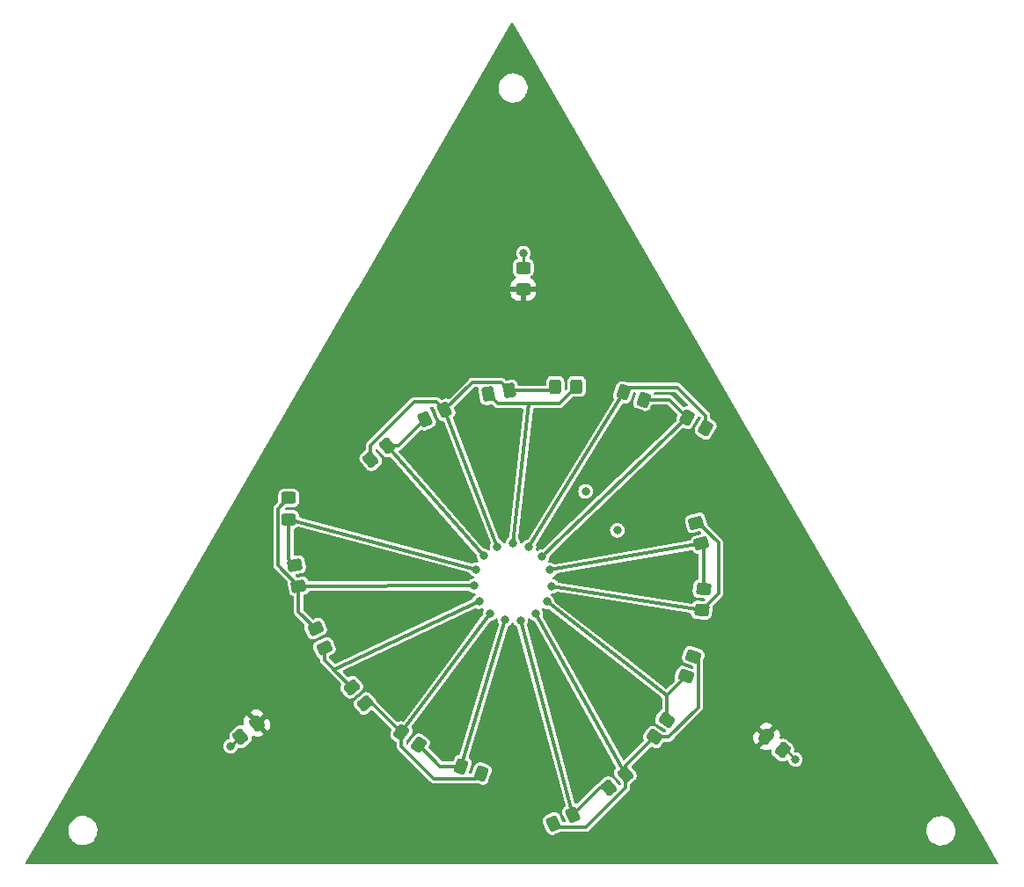
<source format=gtl>
%TF.GenerationSoftware,KiCad,Pcbnew,(6.0.5)*%
%TF.CreationDate,2022-11-29T16:25:59+01:00*%
%TF.ProjectId,sublink,7375626c-696e-46b2-9e6b-696361645f70,rev?*%
%TF.SameCoordinates,Original*%
%TF.FileFunction,Copper,L1,Top*%
%TF.FilePolarity,Positive*%
%FSLAX46Y46*%
G04 Gerber Fmt 4.6, Leading zero omitted, Abs format (unit mm)*
G04 Created by KiCad (PCBNEW (6.0.5)) date 2022-11-29 16:25:59*
%MOMM*%
%LPD*%
G01*
G04 APERTURE LIST*
G04 Aperture macros list*
%AMRoundRect*
0 Rectangle with rounded corners*
0 $1 Rounding radius*
0 $2 $3 $4 $5 $6 $7 $8 $9 X,Y pos of 4 corners*
0 Add a 4 corners polygon primitive as box body*
4,1,4,$2,$3,$4,$5,$6,$7,$8,$9,$2,$3,0*
0 Add four circle primitives for the rounded corners*
1,1,$1+$1,$2,$3*
1,1,$1+$1,$4,$5*
1,1,$1+$1,$6,$7*
1,1,$1+$1,$8,$9*
0 Add four rect primitives between the rounded corners*
20,1,$1+$1,$2,$3,$4,$5,0*
20,1,$1+$1,$4,$5,$6,$7,0*
20,1,$1+$1,$6,$7,$8,$9,0*
20,1,$1+$1,$8,$9,$2,$3,0*%
G04 Aperture macros list end*
%TA.AperFunction,SMDPad,CuDef*%
%ADD10RoundRect,0.250000X0.450000X-0.325000X0.450000X0.325000X-0.450000X0.325000X-0.450000X-0.325000X0*%
%TD*%
%TA.AperFunction,SMDPad,CuDef*%
%ADD11RoundRect,0.250000X0.182206X-0.524334X0.555031X0.008115X-0.182206X0.524334X-0.555031X-0.008115X0*%
%TD*%
%TA.AperFunction,SMDPad,CuDef*%
%ADD12RoundRect,0.250000X0.506458X0.227211X-0.056458X0.552211X-0.506458X-0.227211X0.056458X-0.552211X0*%
%TD*%
%TA.AperFunction,SMDPad,CuDef*%
%ADD13RoundRect,0.250000X-0.040290X0.553626X-0.538219X0.135814X0.040290X-0.553626X0.538219X-0.135814X0*%
%TD*%
%TA.AperFunction,SMDPad,CuDef*%
%ADD14RoundRect,0.250000X-0.524334X-0.182206X0.008115X-0.555031X0.524334X0.182206X-0.008115X0.555031X0*%
%TD*%
%TA.AperFunction,SMDPad,CuDef*%
%ADD15RoundRect,0.250000X0.518783X-0.197457X0.350550X0.430394X-0.518783X0.197457X-0.350550X-0.430394X0*%
%TD*%
%TA.AperFunction,SMDPad,CuDef*%
%ADD16RoundRect,0.250000X-0.450000X0.325000X-0.450000X-0.325000X0.450000X-0.325000X0.450000X0.325000X0*%
%TD*%
%TA.AperFunction,SMDPad,CuDef*%
%ADD17RoundRect,0.250000X0.241921X0.499599X-0.398204X0.386728X-0.241921X-0.499599X0.398204X-0.386728X0*%
%TD*%
%TA.AperFunction,SMDPad,CuDef*%
%ADD18RoundRect,0.250000X0.325000X0.450000X-0.325000X0.450000X-0.325000X-0.450000X0.325000X-0.450000X0*%
%TD*%
%TA.AperFunction,SMDPad,CuDef*%
%ADD19RoundRect,0.250000X0.311705X-0.459309X0.534018X0.151491X-0.311705X0.459309X-0.534018X-0.151491X0*%
%TD*%
%TA.AperFunction,SMDPad,CuDef*%
%ADD20RoundRect,0.250000X0.104372X0.545189X-0.484728X0.270488X-0.104372X-0.545189X0.484728X-0.270488X0*%
%TD*%
%TA.AperFunction,SMDPad,CuDef*%
%ADD21RoundRect,0.250000X-0.459309X-0.311705X0.151491X-0.534018X0.459309X0.311705X-0.151491X0.534018X0*%
%TD*%
%TA.AperFunction,SMDPad,CuDef*%
%ADD22RoundRect,0.250000X-0.545189X0.104372X-0.270488X-0.484728X0.545189X-0.104372X0.270488X0.484728X0*%
%TD*%
%TA.AperFunction,SMDPad,CuDef*%
%ADD23RoundRect,0.250000X0.419962X-0.362983X0.476613X0.284543X-0.419962X0.362983X-0.476613X-0.284543X0*%
%TD*%
%TA.AperFunction,SMDPad,CuDef*%
%ADD24RoundRect,0.250000X-0.104372X-0.545189X0.484728X-0.270488X0.104372X0.545189X-0.484728X0.270488X0*%
%TD*%
%TA.AperFunction,SMDPad,CuDef*%
%ADD25RoundRect,0.250000X-0.538219X-0.135814X-0.040290X-0.553626X0.538219X0.135814X0.040290X0.553626X0*%
%TD*%
%TA.AperFunction,SMDPad,CuDef*%
%ADD26RoundRect,0.250000X0.040290X-0.553626X0.538219X-0.135814X-0.040290X0.553626X-0.538219X0.135814X0*%
%TD*%
%TA.AperFunction,SMDPad,CuDef*%
%ADD27RoundRect,0.250000X-0.553626X-0.040290X-0.135814X-0.538219X0.553626X0.040290X0.135814X0.538219X0*%
%TD*%
%TA.AperFunction,SMDPad,CuDef*%
%ADD28RoundRect,0.250000X0.459309X0.311705X-0.151491X0.534018X-0.459309X-0.311705X0.151491X-0.534018X0*%
%TD*%
%TA.AperFunction,SMDPad,CuDef*%
%ADD29RoundRect,0.250000X-0.499599X0.241921X-0.386728X-0.398204X0.499599X-0.241921X0.386728X0.398204X0*%
%TD*%
%TA.AperFunction,ViaPad*%
%ADD30C,0.800000*%
%TD*%
%TA.AperFunction,Conductor*%
%ADD31C,0.300000*%
%TD*%
%TA.AperFunction,Conductor*%
%ADD32C,0.250000*%
%TD*%
G04 APERTURE END LIST*
D10*
X174214844Y-71308909D03*
X174214844Y-69258909D03*
D11*
X186852157Y-114435701D03*
X188027989Y-112756439D03*
D12*
X191777401Y-84695990D03*
X190002049Y-83670990D03*
D13*
X161109175Y-86399553D03*
X159538783Y-87717267D03*
D14*
X162496279Y-114012794D03*
X164175541Y-115188626D03*
D15*
X191381529Y-95794236D03*
X190850949Y-93814088D03*
D16*
X151659523Y-91409023D03*
X151659523Y-93459023D03*
D17*
X172869396Y-81052817D03*
X170850540Y-81408795D03*
D18*
X179360233Y-80664294D03*
X177310233Y-80664294D03*
D19*
X189880157Y-108593332D03*
X190581299Y-106666962D03*
D20*
X166652355Y-82940615D03*
X164794425Y-83806983D03*
D21*
X168256460Y-117248748D03*
X170182830Y-117949890D03*
D22*
X154225987Y-103991135D03*
X155092355Y-105849065D03*
D23*
X191385462Y-102218340D03*
X191564132Y-100176140D03*
D24*
X177138072Y-122779465D03*
X178996002Y-121913097D03*
D25*
X197622954Y-114386799D03*
X199193346Y-115704513D03*
D26*
X182482014Y-119337959D03*
X184052406Y-118020245D03*
D27*
X157693641Y-109633934D03*
X159011355Y-111204326D03*
D13*
X148587965Y-113092423D03*
X147017573Y-114410137D03*
D28*
X185804798Y-81951360D03*
X183878428Y-81250218D03*
D29*
X152247286Y-97882429D03*
X152603264Y-99901285D03*
D30*
X175419667Y-102571540D03*
X172449589Y-103183711D03*
X170436294Y-97003292D03*
X171699576Y-96076892D03*
X176052891Y-97042610D03*
X173228787Y-95756211D03*
X176485649Y-101396175D03*
X169675341Y-98299937D03*
X176801891Y-98354265D03*
X169973339Y-101388882D03*
X173959543Y-103198722D03*
X176972537Y-99911499D03*
X174779674Y-96091696D03*
X171015662Y-102552877D03*
X169488434Y-99878032D03*
X177530000Y-109862000D03*
X195000000Y-86922000D03*
X180810000Y-107712000D03*
X162320000Y-101922000D03*
X163610000Y-93742000D03*
X196596000Y-113538000D03*
X173090000Y-110722000D03*
X174244000Y-72898000D03*
X176360000Y-88802000D03*
X183740000Y-103522000D03*
X162160000Y-98022000D03*
X171740000Y-88432000D03*
X184410000Y-99222000D03*
X168270000Y-109602000D03*
X164590000Y-106742000D03*
X167360000Y-89972000D03*
X151240000Y-86872000D03*
X173220000Y-124742000D03*
X149606000Y-112268000D03*
X174244000Y-67818000D03*
X200406000Y-116586000D03*
X146050000Y-115316000D03*
X183280000Y-94532000D03*
X180220000Y-90772000D03*
D31*
X166235663Y-117248748D02*
X164175541Y-115188626D01*
X168256460Y-117248748D02*
X172449589Y-103183711D01*
X162201855Y-86399553D02*
X164794425Y-83806983D01*
X184052406Y-118020245D02*
X184052406Y-117235452D01*
X191062993Y-107148656D02*
X190581299Y-106666962D01*
X184052406Y-118020245D02*
X175419667Y-102571540D01*
X191062993Y-111569007D02*
X191062993Y-107148656D01*
X161109175Y-86399553D02*
X170436294Y-97003292D01*
X186852157Y-114435701D02*
X188196299Y-114435701D01*
X161109175Y-86399553D02*
X162201855Y-86399553D01*
X168256460Y-117248748D02*
X166235663Y-117248748D01*
X184052406Y-117235452D02*
X186852157Y-114435701D01*
X177465710Y-123107103D02*
X180262836Y-123107103D01*
X188196299Y-114435701D02*
X191062993Y-111569007D01*
X177138072Y-122779465D02*
X177465710Y-123107103D01*
X180262836Y-123107103D02*
X184052406Y-119317533D01*
X184052406Y-119317533D02*
X184052406Y-118020245D01*
X161109175Y-86399553D02*
X161827553Y-86399553D01*
X188282419Y-81951360D02*
X190002049Y-83670990D01*
X185804798Y-81951360D02*
X188282419Y-81951360D01*
X176052891Y-97042610D02*
X190002049Y-83670990D01*
X173257919Y-80664294D02*
X172869396Y-81052817D01*
X172869396Y-81052817D02*
X172091734Y-80275155D01*
X169317815Y-80275155D02*
X166652355Y-82940615D01*
X159538783Y-87717267D02*
X159538783Y-86346590D01*
X172091734Y-80275155D02*
X169317815Y-80275155D01*
X163698836Y-82186537D02*
X165898277Y-82186537D01*
X159538783Y-86346590D02*
X163698836Y-82186537D01*
X165898277Y-82186537D02*
X166652355Y-82940615D01*
X166652355Y-82940615D02*
X171699576Y-96076892D01*
X172869396Y-81052817D02*
X176921710Y-81052817D01*
X176921710Y-81052817D02*
X177310233Y-80664294D01*
X176801891Y-98354265D02*
X191381529Y-95794236D01*
X151659523Y-93459023D02*
X169675341Y-98299937D01*
X188150745Y-110322745D02*
X189880157Y-108593332D01*
X174756826Y-82315174D02*
X177709353Y-82315174D01*
X170850540Y-81408795D02*
X171756919Y-82315174D01*
X188027989Y-110445500D02*
X188150745Y-110322745D01*
X191381529Y-95794236D02*
X191564132Y-95976839D01*
X173228787Y-95756211D02*
X174756826Y-82315174D01*
X171756919Y-82315174D02*
X174756826Y-82315174D01*
X151659523Y-97294666D02*
X152247286Y-97882429D01*
X151659523Y-93459023D02*
X151659523Y-97294666D01*
X177709353Y-82315174D02*
X179360233Y-80664294D01*
X188027989Y-112756439D02*
X188027989Y-110445500D01*
X191564132Y-95976839D02*
X191564132Y-100176140D01*
X176485649Y-101396175D02*
X188027989Y-110445500D01*
X191092908Y-93814088D02*
X193007268Y-95728448D01*
X155092355Y-107032648D02*
X155865853Y-107806147D01*
X181571140Y-119337959D02*
X182482014Y-119337959D01*
X169973339Y-101388882D02*
X155990853Y-107931147D01*
X191777401Y-84695990D02*
X191777401Y-83483555D01*
X176972537Y-99911499D02*
X191385462Y-102218340D01*
X193007268Y-95728448D02*
X193007268Y-100596534D01*
X178996002Y-121913097D02*
X173959543Y-103198722D01*
X155092355Y-105849065D02*
X155092355Y-107032648D01*
X155990853Y-107931147D02*
X157693641Y-109633934D01*
X183878428Y-81250218D02*
X174779674Y-96091696D01*
X190850949Y-93814088D02*
X191092908Y-93814088D01*
X155865853Y-107806147D02*
X155990853Y-107931147D01*
X191777401Y-83483555D02*
X189062370Y-80768524D01*
X193007268Y-100596534D02*
X191385462Y-102218340D01*
X184360122Y-80768524D02*
X183878428Y-81250218D01*
X178996002Y-121913097D02*
X181571140Y-119337959D01*
X189062370Y-80768524D02*
X184360122Y-80768524D01*
X159687811Y-111204326D02*
X159011355Y-111204326D01*
X162496279Y-114012794D02*
X171015662Y-102552877D01*
X169701136Y-118431584D02*
X170182830Y-117949890D01*
X150609523Y-97907544D02*
X152603264Y-99901285D01*
X154225987Y-103991135D02*
X152603264Y-102368412D01*
X150609523Y-92459023D02*
X150609523Y-97907544D01*
X152603264Y-102368412D02*
X152603264Y-99901285D01*
X162496279Y-114012794D02*
X162496279Y-115294606D01*
X151659523Y-91409023D02*
X150609523Y-92459023D01*
X162496279Y-114012794D02*
X159687811Y-111204326D01*
X165633257Y-118431584D02*
X169701136Y-118431584D01*
X152603264Y-99901285D02*
X169488434Y-99878032D01*
X162496279Y-115294606D02*
X165633257Y-118431584D01*
D32*
X174214844Y-71308909D02*
X174214844Y-72868844D01*
X148781577Y-113092423D02*
X149606000Y-112268000D01*
X174214844Y-72868844D02*
X174244000Y-72898000D01*
X197622954Y-114386799D02*
X197444799Y-114386799D01*
X148587965Y-113092423D02*
X148781577Y-113092423D01*
X197444799Y-114386799D02*
X196596000Y-113538000D01*
X174214844Y-67847156D02*
X174244000Y-67818000D01*
X174214844Y-69258909D02*
X174214844Y-67847156D01*
X199193346Y-115704513D02*
X199524513Y-115704513D01*
X199524513Y-115704513D02*
X200406000Y-116586000D01*
X146955863Y-114410137D02*
X146050000Y-115316000D01*
X147017573Y-114410137D02*
X146955863Y-114410137D01*
%TA.AperFunction,NonConductor*%
G36*
X188891698Y-81239026D02*
G01*
X188912672Y-81255929D01*
X190007899Y-82351156D01*
X190041925Y-82413468D01*
X190036860Y-82484283D01*
X189994313Y-82541119D01*
X189934596Y-82565257D01*
X189810293Y-82580960D01*
X189810290Y-82580961D01*
X189801771Y-82582037D01*
X189702703Y-82623681D01*
X189632156Y-82631640D01*
X189564783Y-82596621D01*
X188625172Y-81657010D01*
X188615318Y-81645921D01*
X188600126Y-81626651D01*
X188600124Y-81626649D01*
X188594291Y-81619250D01*
X188586544Y-81613895D01*
X188586542Y-81613894D01*
X188546044Y-81585905D01*
X188542822Y-81583603D01*
X188503177Y-81554320D01*
X188503176Y-81554319D01*
X188495603Y-81548726D01*
X188488787Y-81546333D01*
X188482850Y-81542229D01*
X188473870Y-81539389D01*
X188473868Y-81539388D01*
X188453702Y-81533010D01*
X188426900Y-81524534D01*
X188423169Y-81523289D01*
X188376682Y-81506964D01*
X188376680Y-81506964D01*
X188367788Y-81503841D01*
X188360600Y-81503559D01*
X188360541Y-81503548D01*
X188353689Y-81501380D01*
X188347082Y-81500860D01*
X188294403Y-81500860D01*
X188289456Y-81500763D01*
X188232425Y-81498522D01*
X188225319Y-81500406D01*
X188217072Y-81500860D01*
X186890346Y-81500860D01*
X186822225Y-81480858D01*
X186775732Y-81427202D01*
X186770613Y-81413777D01*
X186770259Y-81413017D01*
X186767720Y-81404816D01*
X186763347Y-81398030D01*
X186752722Y-81328083D01*
X186781701Y-81263270D01*
X186841121Y-81224414D01*
X186877578Y-81219024D01*
X188823577Y-81219024D01*
X188891698Y-81239026D01*
G37*
%TD.AperFunction*%
%TA.AperFunction,NonConductor*%
G36*
X185027833Y-81239026D02*
G01*
X185074326Y-81292682D01*
X185084430Y-81362956D01*
X185078113Y-81388118D01*
X184844371Y-82030320D01*
X184813559Y-82114976D01*
X184793063Y-82203052D01*
X184793289Y-82211141D01*
X184796744Y-82334828D01*
X184797274Y-82353821D01*
X184841876Y-82497904D01*
X184923580Y-82624685D01*
X184930002Y-82630387D01*
X184930004Y-82630389D01*
X185030314Y-82719448D01*
X185030318Y-82719451D01*
X185036369Y-82724823D01*
X185043587Y-82728485D01*
X185043590Y-82728487D01*
X185087223Y-82750623D01*
X185117014Y-82765737D01*
X185130205Y-82770538D01*
X185804629Y-83016009D01*
X185804635Y-83016011D01*
X185808199Y-83017308D01*
X185811895Y-83018168D01*
X185811898Y-83018169D01*
X185888394Y-83035970D01*
X185888395Y-83035970D01*
X185896276Y-83037804D01*
X185937828Y-83036643D01*
X186038460Y-83033833D01*
X186038462Y-83033833D01*
X186047045Y-83033593D01*
X186191128Y-82988991D01*
X186317909Y-82907287D01*
X186323611Y-82900865D01*
X186323613Y-82900863D01*
X186412672Y-82800553D01*
X186412675Y-82800549D01*
X186418047Y-82794498D01*
X186421709Y-82787280D01*
X186421711Y-82787277D01*
X186457239Y-82717248D01*
X186457241Y-82717243D01*
X186458961Y-82713853D01*
X186542342Y-82484765D01*
X186584436Y-82427594D01*
X186650758Y-82402256D01*
X186660743Y-82401860D01*
X188043626Y-82401860D01*
X188111747Y-82421862D01*
X188132721Y-82438765D01*
X189059578Y-83365622D01*
X189093604Y-83427934D01*
X189088539Y-83498749D01*
X189079608Y-83517706D01*
X188997458Y-83659993D01*
X188961979Y-83743173D01*
X188960797Y-83751178D01*
X188960796Y-83751181D01*
X188948937Y-83831487D01*
X188939945Y-83892382D01*
X188941022Y-83900906D01*
X188951459Y-83983524D01*
X188940153Y-84053614D01*
X188913646Y-84090275D01*
X181468903Y-91226783D01*
X176378452Y-96106474D01*
X176169082Y-96307175D01*
X176106064Y-96339875D01*
X176081230Y-96342214D01*
X175971786Y-96341641D01*
X175964399Y-96343415D01*
X175964395Y-96343415D01*
X175821053Y-96377830D01*
X175806923Y-96381222D01*
X175800179Y-96384703D01*
X175800176Y-96384704D01*
X175663008Y-96455502D01*
X175656260Y-96458985D01*
X175650538Y-96463977D01*
X175650536Y-96463978D01*
X175637136Y-96475668D01*
X175572654Y-96505377D01*
X175502347Y-96495508D01*
X175448536Y-96449194D01*
X175428307Y-96381141D01*
X175437399Y-96333723D01*
X175448071Y-96307175D01*
X175461275Y-96274330D01*
X175481662Y-96131082D01*
X175484583Y-96110558D01*
X175484583Y-96110555D01*
X175485164Y-96106474D01*
X175485319Y-96091696D01*
X175464950Y-95923376D01*
X175462268Y-95916279D01*
X175461473Y-95913041D01*
X175464652Y-95842116D01*
X175476417Y-95817137D01*
X178573931Y-90764611D01*
X179514394Y-90764611D01*
X179532999Y-90933135D01*
X179591266Y-91092356D01*
X179595502Y-91098659D01*
X179595502Y-91098660D01*
X179608574Y-91118113D01*
X179685830Y-91233083D01*
X179691442Y-91238190D01*
X179691445Y-91238193D01*
X179805612Y-91342077D01*
X179805616Y-91342080D01*
X179811233Y-91347191D01*
X179817906Y-91350814D01*
X179817910Y-91350817D01*
X179953558Y-91424467D01*
X179953560Y-91424468D01*
X179960235Y-91428092D01*
X179967584Y-91430020D01*
X180116883Y-91469188D01*
X180116885Y-91469188D01*
X180124233Y-91471116D01*
X180210609Y-91472473D01*
X180286161Y-91473660D01*
X180286164Y-91473660D01*
X180293760Y-91473779D01*
X180301165Y-91472083D01*
X180301166Y-91472083D01*
X180361586Y-91458245D01*
X180459029Y-91435928D01*
X180610498Y-91359747D01*
X180739423Y-91249634D01*
X180838361Y-91111947D01*
X180846237Y-91092356D01*
X180898766Y-90961687D01*
X180898767Y-90961685D01*
X180901601Y-90954634D01*
X180925490Y-90786778D01*
X180925645Y-90772000D01*
X180923840Y-90757080D01*
X180906188Y-90611220D01*
X180905276Y-90603680D01*
X180845345Y-90445077D01*
X180749312Y-90305349D01*
X180737514Y-90294837D01*
X180628392Y-90197612D01*
X180628388Y-90197610D01*
X180622721Y-90192560D01*
X180472881Y-90113224D01*
X180308441Y-90071919D01*
X180300843Y-90071879D01*
X180300841Y-90071879D01*
X180223668Y-90071475D01*
X180138895Y-90071031D01*
X180131508Y-90072805D01*
X180131504Y-90072805D01*
X179988162Y-90107220D01*
X179974032Y-90110612D01*
X179967288Y-90114093D01*
X179967285Y-90114094D01*
X179962089Y-90116776D01*
X179823369Y-90188375D01*
X179695604Y-90299831D01*
X179598113Y-90438547D01*
X179536524Y-90596513D01*
X179514394Y-90764611D01*
X178573931Y-90764611D01*
X181615189Y-85803847D01*
X183722998Y-82365684D01*
X183775653Y-82318063D01*
X183845697Y-82306470D01*
X183873510Y-82313138D01*
X183878262Y-82314868D01*
X183878266Y-82314869D01*
X183881829Y-82316166D01*
X183885525Y-82317026D01*
X183885528Y-82317027D01*
X183962024Y-82334828D01*
X183962025Y-82334828D01*
X183969906Y-82336662D01*
X184011458Y-82335501D01*
X184112090Y-82332691D01*
X184112092Y-82332691D01*
X184120675Y-82332451D01*
X184264758Y-82287849D01*
X184391539Y-82206145D01*
X184397241Y-82199723D01*
X184397243Y-82199721D01*
X184486302Y-82099411D01*
X184486305Y-82099407D01*
X184491677Y-82093356D01*
X184495339Y-82086138D01*
X184495341Y-82086135D01*
X184530869Y-82016106D01*
X184530871Y-82016101D01*
X184532591Y-82012711D01*
X184791294Y-81301929D01*
X184833388Y-81244758D01*
X184899709Y-81219420D01*
X184909695Y-81219024D01*
X184959712Y-81219024D01*
X185027833Y-81239026D01*
G37*
%TD.AperFunction*%
%TA.AperFunction,Conductor*%
G36*
X173209190Y-45657686D02*
G01*
X173240421Y-45693729D01*
X195155704Y-83652122D01*
X218922522Y-124817469D01*
X219912998Y-126533025D01*
X219929736Y-126602020D01*
X219906516Y-126669112D01*
X219850708Y-126712999D01*
X219803879Y-126722025D01*
X126458722Y-126722025D01*
X126390601Y-126702023D01*
X126344108Y-126648367D01*
X126334004Y-126578093D01*
X126349603Y-126533025D01*
X127331402Y-124832500D01*
X128178208Y-123365789D01*
X130425996Y-123365789D01*
X130426196Y-123371118D01*
X130426196Y-123371119D01*
X130426682Y-123384067D01*
X130434913Y-123603295D01*
X130483719Y-123835904D01*
X130485677Y-123840863D01*
X130485678Y-123840865D01*
X130544894Y-123990807D01*
X130571020Y-124056963D01*
X130573787Y-124061522D01*
X130573788Y-124061525D01*
X130589224Y-124086963D01*
X130694319Y-124260153D01*
X130697816Y-124264183D01*
X130813098Y-124397034D01*
X130850090Y-124439664D01*
X130854216Y-124443047D01*
X130854220Y-124443051D01*
X130952614Y-124523728D01*
X131033880Y-124590362D01*
X131038516Y-124593001D01*
X131038519Y-124593003D01*
X131086582Y-124620362D01*
X131240433Y-124707939D01*
X131463844Y-124789034D01*
X131469092Y-124789983D01*
X131693641Y-124830588D01*
X131693648Y-124830589D01*
X131697725Y-124831326D01*
X131715991Y-124832187D01*
X131721131Y-124832430D01*
X131721138Y-124832430D01*
X131722619Y-124832500D01*
X131889680Y-124832500D01*
X131972026Y-124825513D01*
X132061512Y-124817920D01*
X132061516Y-124817919D01*
X132066823Y-124817469D01*
X132071978Y-124816131D01*
X132071984Y-124816130D01*
X132291703Y-124759102D01*
X132291702Y-124759102D01*
X132296874Y-124757760D01*
X132442117Y-124692333D01*
X132508715Y-124662333D01*
X132508718Y-124662332D01*
X132513576Y-124660143D01*
X132710732Y-124527409D01*
X132882705Y-124363355D01*
X133024579Y-124172670D01*
X133132295Y-123960807D01*
X133157951Y-123878183D01*
X133201193Y-123738919D01*
X133202775Y-123733824D01*
X133215408Y-123638513D01*
X133233304Y-123503494D01*
X133233304Y-123503491D01*
X133234004Y-123498211D01*
X133233000Y-123471455D01*
X133225287Y-123266036D01*
X133225087Y-123260705D01*
X133176281Y-123028096D01*
X133174322Y-123023135D01*
X133090941Y-122812002D01*
X133090940Y-122812000D01*
X133088980Y-122807037D01*
X132965681Y-122603847D01*
X132902160Y-122530645D01*
X132813410Y-122428369D01*
X132813408Y-122428367D01*
X132809910Y-122424336D01*
X132805784Y-122420953D01*
X132805780Y-122420949D01*
X132681352Y-122318925D01*
X132626120Y-122273638D01*
X132621484Y-122270999D01*
X132621481Y-122270997D01*
X132499685Y-122201667D01*
X132419567Y-122156061D01*
X132196156Y-122074966D01*
X132132261Y-122063412D01*
X131966359Y-122033412D01*
X131966352Y-122033411D01*
X131962275Y-122032674D01*
X131944009Y-122031813D01*
X131938869Y-122031570D01*
X131938862Y-122031570D01*
X131937381Y-122031500D01*
X131770320Y-122031500D01*
X131687974Y-122038487D01*
X131598488Y-122046080D01*
X131598484Y-122046081D01*
X131593177Y-122046531D01*
X131588022Y-122047869D01*
X131588016Y-122047870D01*
X131408444Y-122094478D01*
X131363126Y-122106240D01*
X131291658Y-122138434D01*
X131151285Y-122201667D01*
X131151282Y-122201668D01*
X131146424Y-122203857D01*
X130949268Y-122336591D01*
X130777295Y-122500645D01*
X130635421Y-122691330D01*
X130527705Y-122903193D01*
X130526124Y-122908284D01*
X130526123Y-122908287D01*
X130487301Y-123033315D01*
X130457225Y-123130176D01*
X130456524Y-123135465D01*
X130436640Y-123285487D01*
X130425996Y-123365789D01*
X128178208Y-123365789D01*
X132830021Y-115308611D01*
X145344394Y-115308611D01*
X145362999Y-115477135D01*
X145391856Y-115555989D01*
X145417984Y-115627387D01*
X145421266Y-115636356D01*
X145425502Y-115642659D01*
X145425502Y-115642660D01*
X145436732Y-115659372D01*
X145515830Y-115777083D01*
X145521442Y-115782190D01*
X145521445Y-115782193D01*
X145635612Y-115886077D01*
X145635616Y-115886080D01*
X145641233Y-115891191D01*
X145647906Y-115894814D01*
X145647910Y-115894817D01*
X145783558Y-115968467D01*
X145783560Y-115968468D01*
X145790235Y-115972092D01*
X145797584Y-115974020D01*
X145946883Y-116013188D01*
X145946885Y-116013188D01*
X145954233Y-116015116D01*
X146040609Y-116016473D01*
X146116161Y-116017660D01*
X146116164Y-116017660D01*
X146123760Y-116017779D01*
X146131165Y-116016083D01*
X146131166Y-116016083D01*
X146191586Y-116002245D01*
X146289029Y-115979928D01*
X146440498Y-115903747D01*
X146569423Y-115793634D01*
X146668361Y-115655947D01*
X146671194Y-115648900D01*
X146708400Y-115556349D01*
X146752367Y-115500605D01*
X146819492Y-115477480D01*
X146862277Y-115484239D01*
X146862352Y-115483909D01*
X146867293Y-115485032D01*
X146867300Y-115485033D01*
X147009433Y-115517324D01*
X147018005Y-115516905D01*
X147018007Y-115516905D01*
X147079506Y-115513897D01*
X147160081Y-115509957D01*
X147250194Y-115479980D01*
X147295517Y-115464903D01*
X147295518Y-115464902D01*
X147303197Y-115462348D01*
X147309972Y-115457931D01*
X147309975Y-115457930D01*
X147360116Y-115425243D01*
X147378952Y-115412964D01*
X147942412Y-114940165D01*
X148004200Y-114874137D01*
X148075938Y-114741462D01*
X148100125Y-114634998D01*
X148107451Y-114602754D01*
X148107451Y-114602752D01*
X148109353Y-114594381D01*
X148107722Y-114561018D01*
X148101985Y-114443733D01*
X148105933Y-114443540D01*
X148110531Y-114391543D01*
X148154027Y-114335430D01*
X148220954Y-114311741D01*
X148293757Y-114330177D01*
X148300697Y-114334438D01*
X148313889Y-114340561D01*
X148467849Y-114391329D01*
X148482092Y-114394252D01*
X148643597Y-114408241D01*
X148658144Y-114407809D01*
X148818529Y-114384269D01*
X148832583Y-114380503D01*
X148983661Y-114320534D01*
X148995757Y-114314129D01*
X149074247Y-114260888D01*
X149079368Y-114257019D01*
X149155999Y-114192718D01*
X149164798Y-114179493D01*
X149164827Y-114177654D01*
X149161170Y-114170696D01*
X148285530Y-113127149D01*
X148950858Y-113127149D01*
X148954515Y-113134107D01*
X149547382Y-113840658D01*
X149560607Y-113849457D01*
X149562446Y-113849486D01*
X149569404Y-113845829D01*
X149649506Y-113778616D01*
X149654262Y-113774186D01*
X149721122Y-113705134D01*
X149729524Y-113694308D01*
X149814575Y-113555792D01*
X149820696Y-113542603D01*
X149871464Y-113388643D01*
X149874387Y-113374400D01*
X149888376Y-113212895D01*
X149887944Y-113198348D01*
X149864404Y-113037963D01*
X149860638Y-113023909D01*
X149800669Y-112872831D01*
X149794264Y-112860735D01*
X149741030Y-112782255D01*
X149737141Y-112777109D01*
X149592504Y-112604738D01*
X149579279Y-112595939D01*
X149577440Y-112595910D01*
X149570482Y-112599567D01*
X148959686Y-113112085D01*
X148950887Y-113125310D01*
X148950858Y-113127149D01*
X148285530Y-113127149D01*
X148230122Y-113061116D01*
X147628548Y-112344188D01*
X147615323Y-112335389D01*
X147613484Y-112335360D01*
X147606526Y-112339017D01*
X147526424Y-112406230D01*
X147521668Y-112410660D01*
X147454808Y-112479712D01*
X147446406Y-112490538D01*
X147361355Y-112629054D01*
X147355234Y-112642243D01*
X147304466Y-112796203D01*
X147301543Y-112810446D01*
X147287554Y-112971951D01*
X147287986Y-112986498D01*
X147311526Y-113146883D01*
X147315292Y-113160937D01*
X147317691Y-113166981D01*
X147324232Y-113237676D01*
X147291515Y-113300685D01*
X147229926Y-113336002D01*
X147172666Y-113336336D01*
X147034085Y-113304852D01*
X147025713Y-113302950D01*
X147017141Y-113303369D01*
X147017139Y-113303369D01*
X146955640Y-113306377D01*
X146875065Y-113310317D01*
X146866915Y-113313028D01*
X146866916Y-113313028D01*
X146739629Y-113355371D01*
X146739628Y-113355372D01*
X146731949Y-113357926D01*
X146725174Y-113362343D01*
X146725171Y-113362344D01*
X146718399Y-113366759D01*
X146656194Y-113407310D01*
X146092734Y-113880109D01*
X146030946Y-113946137D01*
X145959208Y-114078812D01*
X145953595Y-114103518D01*
X145936335Y-114179493D01*
X145925793Y-114225893D01*
X145926212Y-114234464D01*
X145926212Y-114234467D01*
X145927706Y-114265000D01*
X145933161Y-114376541D01*
X145935872Y-114384690D01*
X145935872Y-114384691D01*
X145965944Y-114475091D01*
X145968467Y-114546043D01*
X145932230Y-114607096D01*
X145875801Y-114637381D01*
X145836979Y-114646702D01*
X145804032Y-114654612D01*
X145797288Y-114658093D01*
X145797285Y-114658094D01*
X145660117Y-114728892D01*
X145653369Y-114732375D01*
X145525604Y-114843831D01*
X145489219Y-114895602D01*
X145458065Y-114939930D01*
X145428113Y-114982547D01*
X145366524Y-115140513D01*
X145365532Y-115148046D01*
X145365532Y-115148047D01*
X145346814Y-115290232D01*
X145344394Y-115308611D01*
X132830021Y-115308611D01*
X134736096Y-112007192D01*
X148011103Y-112007192D01*
X148014760Y-112014150D01*
X148607627Y-112720702D01*
X148620852Y-112729501D01*
X148622691Y-112729530D01*
X148629649Y-112725873D01*
X149240445Y-112213354D01*
X149249244Y-112200129D01*
X149249273Y-112198291D01*
X149245614Y-112191330D01*
X149098064Y-112015488D01*
X149093618Y-112010713D01*
X149024572Y-111943859D01*
X149013746Y-111935457D01*
X148875230Y-111850406D01*
X148862041Y-111844285D01*
X148708081Y-111793517D01*
X148693838Y-111790594D01*
X148532333Y-111776605D01*
X148517786Y-111777037D01*
X148357401Y-111800577D01*
X148343347Y-111804343D01*
X148192269Y-111864312D01*
X148180173Y-111870717D01*
X148101683Y-111923958D01*
X148096562Y-111927827D01*
X148019931Y-111992128D01*
X148011132Y-112005353D01*
X148011103Y-112007192D01*
X134736096Y-112007192D01*
X142868268Y-97921854D01*
X150154159Y-97921854D01*
X150155851Y-97931118D01*
X150155851Y-97931119D01*
X150164695Y-97979545D01*
X150165345Y-97983448D01*
X150174074Y-98041506D01*
X150177202Y-98048019D01*
X150178498Y-98055117D01*
X150205548Y-98107191D01*
X150207291Y-98110681D01*
X150232714Y-98163623D01*
X150237600Y-98168909D01*
X150237633Y-98168957D01*
X150240944Y-98175332D01*
X150245248Y-98180372D01*
X150282475Y-98217599D01*
X150285904Y-98221164D01*
X150324669Y-98263100D01*
X150331028Y-98266793D01*
X150337186Y-98272310D01*
X151524775Y-99459899D01*
X151558801Y-99522211D01*
X151559106Y-99574330D01*
X151550839Y-99614604D01*
X151550839Y-99614608D01*
X151549211Y-99622538D01*
X151554101Y-99712835D01*
X151554759Y-99716567D01*
X151554760Y-99716575D01*
X151617543Y-100072634D01*
X151681827Y-100437205D01*
X151708115Y-100523729D01*
X151712351Y-100530615D01*
X151712353Y-100530619D01*
X151755014Y-100599963D01*
X151787146Y-100652193D01*
X151897814Y-100754672D01*
X151931984Y-100772233D01*
X152024319Y-100819688D01*
X152024322Y-100819689D01*
X152031963Y-100823616D01*
X152040380Y-100825344D01*
X152040381Y-100825344D01*
X152052098Y-100827749D01*
X152114806Y-100861039D01*
X152149561Y-100922947D01*
X152152764Y-100951176D01*
X152152764Y-102334192D01*
X152151891Y-102349001D01*
X152147900Y-102382722D01*
X152149592Y-102391986D01*
X152149592Y-102391987D01*
X152158436Y-102440413D01*
X152159086Y-102444316D01*
X152167815Y-102502374D01*
X152170943Y-102508887D01*
X152172239Y-102515985D01*
X152199289Y-102568059D01*
X152201028Y-102571540D01*
X152226455Y-102624491D01*
X152231341Y-102629777D01*
X152231374Y-102629825D01*
X152234685Y-102636200D01*
X152238989Y-102641240D01*
X152276216Y-102678467D01*
X152279645Y-102682032D01*
X152318410Y-102723968D01*
X152324769Y-102727661D01*
X152330927Y-102733178D01*
X153139837Y-103542088D01*
X153173863Y-103604400D01*
X153168798Y-103675215D01*
X153162932Y-103688311D01*
X153162642Y-103689106D01*
X153158633Y-103696711D01*
X153126759Y-103844133D01*
X153135704Y-103994695D01*
X153163799Y-104080650D01*
X153474653Y-104747279D01*
X153476655Y-104750495D01*
X153476658Y-104750501D01*
X153513406Y-104809539D01*
X153522440Y-104824052D01*
X153528319Y-104829611D01*
X153528321Y-104829614D01*
X153541601Y-104842172D01*
X153632027Y-104927684D01*
X153639626Y-104931690D01*
X153639628Y-104931692D01*
X153757846Y-104994021D01*
X153757849Y-104994022D01*
X153765447Y-104998028D01*
X153773843Y-104999843D01*
X153773845Y-104999844D01*
X153904468Y-105028086D01*
X153904471Y-105028086D01*
X153912869Y-105029902D01*
X154063431Y-105020956D01*
X154071126Y-105018441D01*
X154145783Y-104994040D01*
X154145789Y-104994038D01*
X154149386Y-104992862D01*
X155042592Y-104576353D01*
X155045808Y-104574351D01*
X155045814Y-104574348D01*
X155112492Y-104532844D01*
X155119365Y-104528566D01*
X155124924Y-104522687D01*
X155124927Y-104522685D01*
X155217093Y-104425222D01*
X155222997Y-104418979D01*
X155227005Y-104411378D01*
X155289334Y-104293160D01*
X155289335Y-104293157D01*
X155293341Y-104285559D01*
X155325215Y-104138137D01*
X155316270Y-103987575D01*
X155288175Y-103901620D01*
X154977321Y-103234991D01*
X154975319Y-103231775D01*
X154975316Y-103231769D01*
X154933812Y-103165091D01*
X154929534Y-103158218D01*
X154923655Y-103152659D01*
X154923653Y-103152656D01*
X154826190Y-103060490D01*
X154819947Y-103054586D01*
X154812348Y-103050580D01*
X154812346Y-103050578D01*
X154694128Y-102988249D01*
X154694125Y-102988248D01*
X154686527Y-102984242D01*
X154678131Y-102982427D01*
X154678129Y-102982426D01*
X154547506Y-102954184D01*
X154547503Y-102954184D01*
X154539105Y-102952368D01*
X154388543Y-102961314D01*
X154380849Y-102963829D01*
X154380848Y-102963829D01*
X154306191Y-102988230D01*
X154306185Y-102988232D01*
X154302588Y-102989408D01*
X154299158Y-102991007D01*
X154299154Y-102991009D01*
X154081638Y-103092438D01*
X154011446Y-103103099D01*
X153946633Y-103074119D01*
X153939293Y-103067338D01*
X153090669Y-102218714D01*
X153056643Y-102156402D01*
X153053764Y-102129619D01*
X153053764Y-100816583D01*
X153073766Y-100748462D01*
X153127422Y-100701969D01*
X153157883Y-100692497D01*
X153236854Y-100678572D01*
X153236857Y-100678571D01*
X153240579Y-100677915D01*
X153327103Y-100651627D01*
X153333989Y-100647391D01*
X153333993Y-100647389D01*
X153411082Y-100599963D01*
X153455567Y-100572596D01*
X153558046Y-100461928D01*
X153580267Y-100418691D01*
X153629195Y-100367247D01*
X153692158Y-100350286D01*
X168894613Y-100329350D01*
X168962762Y-100349258D01*
X168979587Y-100362157D01*
X169074046Y-100448109D01*
X169074050Y-100448112D01*
X169079667Y-100453223D01*
X169086340Y-100456846D01*
X169086344Y-100456849D01*
X169221992Y-100530499D01*
X169221994Y-100530500D01*
X169228669Y-100534124D01*
X169236018Y-100536052D01*
X169385317Y-100575220D01*
X169385319Y-100575220D01*
X169392667Y-100577148D01*
X169503848Y-100578894D01*
X169571645Y-100599963D01*
X169617289Y-100654342D01*
X169626289Y-100724766D01*
X169595785Y-100788876D01*
X169577593Y-100804800D01*
X169576708Y-100805257D01*
X169570986Y-100810249D01*
X169570984Y-100810250D01*
X169550925Y-100827749D01*
X169448943Y-100916713D01*
X169433078Y-100939287D01*
X169387191Y-101004578D01*
X169351452Y-101055429D01*
X169348692Y-101062509D01*
X169348690Y-101062512D01*
X169309181Y-101163848D01*
X169265801Y-101220050D01*
X169245191Y-101232202D01*
X156166063Y-107351793D01*
X156095887Y-107362545D01*
X156031037Y-107333649D01*
X156023571Y-107326762D01*
X155805370Y-107108560D01*
X155579759Y-106882949D01*
X155545734Y-106820637D01*
X155542855Y-106793854D01*
X155542855Y-106685272D01*
X155562857Y-106617151D01*
X155615605Y-106571077D01*
X155623501Y-106567395D01*
X155908960Y-106434283D01*
X155912176Y-106432281D01*
X155912182Y-106432278D01*
X155978860Y-106390774D01*
X155985733Y-106386496D01*
X155991292Y-106380617D01*
X155991295Y-106380615D01*
X156083461Y-106283152D01*
X156089365Y-106276909D01*
X156154246Y-106153851D01*
X156155702Y-106151090D01*
X156155703Y-106151087D01*
X156159709Y-106143489D01*
X156161525Y-106135091D01*
X156189767Y-106004468D01*
X156189767Y-106004465D01*
X156191583Y-105996067D01*
X156182638Y-105845505D01*
X156154543Y-105759550D01*
X155843689Y-105092921D01*
X155841687Y-105089705D01*
X155841684Y-105089699D01*
X155800180Y-105023021D01*
X155795902Y-105016148D01*
X155790023Y-105010589D01*
X155790021Y-105010586D01*
X155706593Y-104931692D01*
X155686315Y-104912516D01*
X155678716Y-104908510D01*
X155678714Y-104908508D01*
X155560496Y-104846179D01*
X155560493Y-104846178D01*
X155552895Y-104842172D01*
X155544499Y-104840357D01*
X155544497Y-104840356D01*
X155413874Y-104812114D01*
X155413871Y-104812114D01*
X155405473Y-104810298D01*
X155254911Y-104819244D01*
X155247217Y-104821759D01*
X155247216Y-104821759D01*
X155172559Y-104846160D01*
X155172553Y-104846162D01*
X155168956Y-104847338D01*
X154275750Y-105263847D01*
X154272534Y-105265849D01*
X154272528Y-105265852D01*
X154213490Y-105302600D01*
X154198977Y-105311634D01*
X154193418Y-105317513D01*
X154193415Y-105317515D01*
X154128919Y-105385718D01*
X154095345Y-105421221D01*
X154091339Y-105428820D01*
X154091337Y-105428822D01*
X154029008Y-105547040D01*
X154029007Y-105547043D01*
X154025001Y-105554641D01*
X154023186Y-105563037D01*
X154023185Y-105563039D01*
X154001794Y-105661978D01*
X153993127Y-105702063D01*
X154002072Y-105852625D01*
X154030167Y-105938580D01*
X154341021Y-106605209D01*
X154343023Y-106608425D01*
X154343026Y-106608431D01*
X154377342Y-106663561D01*
X154388808Y-106681982D01*
X154394687Y-106687541D01*
X154394689Y-106687544D01*
X154461325Y-106750558D01*
X154498395Y-106785614D01*
X154505994Y-106789620D01*
X154505996Y-106789622D01*
X154574619Y-106825802D01*
X154625549Y-106875265D01*
X154641855Y-106937259D01*
X154641855Y-106998428D01*
X154640982Y-107013237D01*
X154636991Y-107046958D01*
X154638683Y-107056222D01*
X154638683Y-107056226D01*
X154647528Y-107104659D01*
X154648177Y-107108560D01*
X154655504Y-107157293D01*
X154655506Y-107157301D01*
X154656906Y-107166610D01*
X154660032Y-107173120D01*
X154661329Y-107180221D01*
X154665669Y-107188576D01*
X154688373Y-107232285D01*
X154690141Y-107235823D01*
X154715546Y-107288727D01*
X154720433Y-107294013D01*
X154720460Y-107294053D01*
X154723775Y-107300436D01*
X154728080Y-107305476D01*
X154765307Y-107342703D01*
X154768736Y-107346268D01*
X154807501Y-107388204D01*
X154813858Y-107391896D01*
X154820015Y-107397411D01*
X155501574Y-108078970D01*
X155501578Y-108078975D01*
X155625748Y-108203145D01*
X155628248Y-108205987D01*
X155630256Y-108209591D01*
X155637056Y-108216106D01*
X155637058Y-108216109D01*
X155675604Y-108253041D01*
X155677481Y-108254878D01*
X156652233Y-109229629D01*
X156686257Y-109291940D01*
X156681193Y-109362755D01*
X156673976Y-109378646D01*
X156619869Y-109478713D01*
X156586454Y-109625794D01*
X156586873Y-109634366D01*
X156586873Y-109634368D01*
X156589881Y-109695867D01*
X156593821Y-109776442D01*
X156641430Y-109919558D01*
X156645847Y-109926333D01*
X156645848Y-109926336D01*
X156646762Y-109927738D01*
X156690814Y-109995313D01*
X157163613Y-110558773D01*
X157229641Y-110620561D01*
X157362316Y-110692299D01*
X157420791Y-110705584D01*
X157501024Y-110723812D01*
X157501026Y-110723812D01*
X157509397Y-110725714D01*
X157517968Y-110725295D01*
X157517971Y-110725295D01*
X157576397Y-110722437D01*
X157660045Y-110718346D01*
X157668195Y-110715635D01*
X157795481Y-110673293D01*
X157795482Y-110673292D01*
X157803161Y-110670738D01*
X157809936Y-110666321D01*
X157809939Y-110666320D01*
X157862424Y-110632105D01*
X157878916Y-110621354D01*
X158633887Y-109987858D01*
X158695675Y-109921830D01*
X158767413Y-109789155D01*
X158800828Y-109642074D01*
X158799623Y-109617422D01*
X158793880Y-109500001D01*
X158793461Y-109491426D01*
X158745852Y-109348310D01*
X158741435Y-109341535D01*
X158741434Y-109341532D01*
X158698536Y-109275728D01*
X158696468Y-109272555D01*
X158223669Y-108709095D01*
X158157641Y-108647307D01*
X158024966Y-108575569D01*
X157966491Y-108562284D01*
X157886258Y-108544056D01*
X157886256Y-108544056D01*
X157877885Y-108542154D01*
X157869314Y-108542573D01*
X157869311Y-108542573D01*
X157810885Y-108545431D01*
X157727237Y-108549522D01*
X157719088Y-108552233D01*
X157719087Y-108552233D01*
X157591801Y-108594575D01*
X157591800Y-108594576D01*
X157584121Y-108597130D01*
X157577346Y-108601547D01*
X157577343Y-108601548D01*
X157518090Y-108640175D01*
X157508366Y-108646514D01*
X157505459Y-108648953D01*
X157502418Y-108651208D01*
X157501543Y-108650028D01*
X157442003Y-108676070D01*
X157371900Y-108664837D01*
X157336984Y-108640175D01*
X156890781Y-108193972D01*
X156856755Y-108131660D01*
X156861820Y-108060845D01*
X156904367Y-108004009D01*
X156926478Y-107990751D01*
X169622434Y-102050440D01*
X169692611Y-102039688D01*
X169713529Y-102045147D01*
X169713574Y-102044974D01*
X169870222Y-102086070D01*
X169870224Y-102086070D01*
X169877572Y-102087998D01*
X169963948Y-102089355D01*
X170039500Y-102090542D01*
X170039503Y-102090542D01*
X170047099Y-102090661D01*
X170054504Y-102088965D01*
X170054505Y-102088965D01*
X170114925Y-102075127D01*
X170212368Y-102052810D01*
X170228581Y-102044656D01*
X170298425Y-102031919D01*
X170364069Y-102058964D01*
X170404670Y-102117205D01*
X170407338Y-102188152D01*
X170396968Y-102214881D01*
X170393775Y-102219424D01*
X170332186Y-102377390D01*
X170331194Y-102384923D01*
X170331194Y-102384924D01*
X170311363Y-102535561D01*
X170310056Y-102545488D01*
X170319754Y-102633331D01*
X170323983Y-102671638D01*
X170311577Y-102741542D01*
X170299863Y-102760637D01*
X167008103Y-107188576D01*
X162785071Y-112869223D01*
X162775668Y-112881871D01*
X162718974Y-112924606D01*
X162645350Y-112929268D01*
X162542389Y-112904739D01*
X162494374Y-112906584D01*
X162400252Y-112910200D01*
X162400250Y-112910200D01*
X162391672Y-112910530D01*
X162383497Y-112913155D01*
X162383495Y-112913155D01*
X162333309Y-112929268D01*
X162248064Y-112956637D01*
X162240895Y-112961364D01*
X162240893Y-112961365D01*
X162230900Y-112967954D01*
X162163019Y-112988753D01*
X162094668Y-112969552D01*
X162072446Y-112951857D01*
X160096729Y-110976141D01*
X160070298Y-110933348D01*
X160069635Y-110933668D01*
X160066568Y-110927308D01*
X160066266Y-110926820D01*
X160066119Y-110926378D01*
X160063566Y-110918702D01*
X160059149Y-110911927D01*
X160059148Y-110911924D01*
X160036214Y-110876745D01*
X160014182Y-110842947D01*
X159541383Y-110279487D01*
X159475355Y-110217699D01*
X159342680Y-110145961D01*
X159284205Y-110132676D01*
X159203972Y-110114448D01*
X159203970Y-110114448D01*
X159195599Y-110112546D01*
X159187028Y-110112965D01*
X159187025Y-110112965D01*
X159128599Y-110115823D01*
X159044951Y-110119914D01*
X159036802Y-110122625D01*
X159036801Y-110122625D01*
X158909515Y-110164967D01*
X158909514Y-110164968D01*
X158901835Y-110167522D01*
X158895060Y-110171939D01*
X158895057Y-110171940D01*
X158859878Y-110194874D01*
X158826080Y-110216906D01*
X158071109Y-110850402D01*
X158009321Y-110916430D01*
X157937583Y-111049105D01*
X157904168Y-111196186D01*
X157911535Y-111346834D01*
X157959144Y-111489950D01*
X157963561Y-111496725D01*
X157963562Y-111496728D01*
X157986496Y-111531907D01*
X158008528Y-111565705D01*
X158481327Y-112129165D01*
X158547355Y-112190953D01*
X158680030Y-112262691D01*
X158738505Y-112275976D01*
X158818738Y-112294204D01*
X158818740Y-112294204D01*
X158827111Y-112296106D01*
X158835682Y-112295687D01*
X158835685Y-112295687D01*
X158894111Y-112292829D01*
X158977759Y-112288738D01*
X158985909Y-112286027D01*
X159113195Y-112243685D01*
X159113196Y-112243684D01*
X159120875Y-112241130D01*
X159127650Y-112236713D01*
X159127653Y-112236712D01*
X159183770Y-112200129D01*
X159196630Y-112191746D01*
X159565745Y-111882022D01*
X159630785Y-111853558D01*
X159700890Y-111864775D01*
X159735831Y-111889449D01*
X161530515Y-113684133D01*
X161564541Y-113746445D01*
X161559476Y-113817260D01*
X161544637Y-113845493D01*
X161496469Y-113914283D01*
X161494685Y-113917623D01*
X161494685Y-113917624D01*
X161479841Y-113945425D01*
X161453875Y-113994054D01*
X161452001Y-114001921D01*
X161452000Y-114001923D01*
X161446817Y-114023680D01*
X161418921Y-114140775D01*
X161419671Y-114160292D01*
X161424270Y-114279980D01*
X161424712Y-114291492D01*
X161427337Y-114299667D01*
X161427337Y-114299669D01*
X161457704Y-114394252D01*
X161470819Y-114435100D01*
X161475546Y-114442268D01*
X161475546Y-114442269D01*
X161549393Y-114554264D01*
X161549395Y-114554267D01*
X161553847Y-114561018D01*
X161621155Y-114621410D01*
X161624257Y-114623582D01*
X161624262Y-114623586D01*
X161992050Y-114881114D01*
X162036378Y-114936571D01*
X162045779Y-114984327D01*
X162045779Y-115260386D01*
X162044906Y-115275195D01*
X162040915Y-115308916D01*
X162042607Y-115318180D01*
X162042607Y-115318181D01*
X162051451Y-115366607D01*
X162052101Y-115370510D01*
X162054633Y-115387347D01*
X162060830Y-115428568D01*
X162063958Y-115435081D01*
X162065254Y-115442179D01*
X162092304Y-115494253D01*
X162094047Y-115497743D01*
X162119470Y-115550685D01*
X162124356Y-115555971D01*
X162124389Y-115556019D01*
X162127700Y-115562394D01*
X162132004Y-115567434D01*
X162169231Y-115604661D01*
X162172660Y-115608226D01*
X162211425Y-115650162D01*
X162217784Y-115653855D01*
X162223942Y-115659372D01*
X165290504Y-118725934D01*
X165300358Y-118737023D01*
X165315551Y-118756294D01*
X165321385Y-118763694D01*
X165329133Y-118769049D01*
X165329135Y-118769051D01*
X165369657Y-118797058D01*
X165372876Y-118799358D01*
X165420074Y-118834218D01*
X165426888Y-118836611D01*
X165432826Y-118840715D01*
X165441806Y-118843555D01*
X165488748Y-118858401D01*
X165492504Y-118859654D01*
X165547888Y-118879104D01*
X165555074Y-118879387D01*
X165555145Y-118879401D01*
X165561987Y-118881564D01*
X165568594Y-118882084D01*
X165621263Y-118882084D01*
X165626209Y-118882181D01*
X165683251Y-118884422D01*
X165690357Y-118882538D01*
X165698604Y-118882084D01*
X169666916Y-118882084D01*
X169681725Y-118882957D01*
X169715446Y-118886948D01*
X169759512Y-118878900D01*
X169825244Y-118884449D01*
X170182661Y-119014539D01*
X170182667Y-119014541D01*
X170186231Y-119015838D01*
X170189927Y-119016698D01*
X170189930Y-119016699D01*
X170266426Y-119034500D01*
X170266427Y-119034500D01*
X170274308Y-119036334D01*
X170315860Y-119035173D01*
X170416492Y-119032363D01*
X170416494Y-119032363D01*
X170425077Y-119032123D01*
X170569160Y-118987521D01*
X170695941Y-118905817D01*
X170701643Y-118899395D01*
X170701645Y-118899393D01*
X170790704Y-118799083D01*
X170790707Y-118799079D01*
X170796079Y-118793028D01*
X170799741Y-118785810D01*
X170799743Y-118785807D01*
X170835276Y-118715767D01*
X170836993Y-118712383D01*
X170973414Y-118337568D01*
X171172770Y-117789844D01*
X171172772Y-117789838D01*
X171174069Y-117786274D01*
X171194565Y-117698198D01*
X171190354Y-117547429D01*
X171145752Y-117403346D01*
X171064048Y-117276565D01*
X171057626Y-117270863D01*
X171057624Y-117270861D01*
X170957314Y-117181802D01*
X170957310Y-117181799D01*
X170951259Y-117176427D01*
X170944041Y-117172765D01*
X170944038Y-117172763D01*
X170873998Y-117137230D01*
X170870614Y-117135513D01*
X170610346Y-117040783D01*
X170182999Y-116885241D01*
X170182993Y-116885239D01*
X170179429Y-116883942D01*
X170175733Y-116883082D01*
X170175730Y-116883081D01*
X170099234Y-116865280D01*
X170099233Y-116865280D01*
X170091352Y-116863446D01*
X170049800Y-116864607D01*
X169949168Y-116867417D01*
X169949166Y-116867417D01*
X169940583Y-116867657D01*
X169796500Y-116912259D01*
X169669719Y-116993963D01*
X169664017Y-117000385D01*
X169664015Y-117000387D01*
X169574956Y-117100697D01*
X169574953Y-117100701D01*
X169569581Y-117106752D01*
X169565919Y-117113970D01*
X169565917Y-117113973D01*
X169530389Y-117184002D01*
X169528667Y-117187397D01*
X169312040Y-117782575D01*
X169269964Y-117898179D01*
X169227870Y-117955350D01*
X169161549Y-117980688D01*
X169151563Y-117981084D01*
X169101546Y-117981084D01*
X169033425Y-117961082D01*
X168986932Y-117907426D01*
X168976828Y-117837152D01*
X168983145Y-117811990D01*
X169246398Y-117088707D01*
X169246399Y-117088704D01*
X169247699Y-117085132D01*
X169256554Y-117047083D01*
X169266361Y-117004938D01*
X169266361Y-117004936D01*
X169268195Y-116997056D01*
X169265662Y-116906356D01*
X169264224Y-116854872D01*
X169264224Y-116854870D01*
X169263984Y-116846287D01*
X169219382Y-116702204D01*
X169137678Y-116575423D01*
X169031346Y-116481018D01*
X168993687Y-116420834D01*
X168994254Y-116350798D01*
X169025077Y-116247410D01*
X170099865Y-112642243D01*
X172712054Y-103880163D01*
X172750684Y-103820596D01*
X172776188Y-103803596D01*
X172833303Y-103774870D01*
X172840087Y-103771458D01*
X172937439Y-103688311D01*
X172963240Y-103666275D01*
X172963241Y-103666274D01*
X172969012Y-103661345D01*
X173067950Y-103523658D01*
X173083997Y-103483740D01*
X173127965Y-103427996D01*
X173195090Y-103404872D01*
X173264061Y-103421710D01*
X173312980Y-103473163D01*
X173319230Y-103487437D01*
X173327624Y-103510374D01*
X173330809Y-103519078D01*
X173335045Y-103525381D01*
X173335045Y-103525382D01*
X173346271Y-103542088D01*
X173425373Y-103659805D01*
X173430985Y-103664912D01*
X173430988Y-103664915D01*
X173545155Y-103768799D01*
X173545159Y-103768802D01*
X173550776Y-103773913D01*
X173557453Y-103777538D01*
X173557454Y-103777539D01*
X173616914Y-103809823D01*
X173667236Y-103859906D01*
X173678463Y-103887810D01*
X178290428Y-121024861D01*
X178288816Y-121095839D01*
X178249086Y-121154678D01*
X178235340Y-121164575D01*
X178163085Y-121209550D01*
X178157526Y-121215429D01*
X178157523Y-121215431D01*
X178093027Y-121283634D01*
X178059453Y-121319137D01*
X178055447Y-121326736D01*
X178055445Y-121326738D01*
X177993116Y-121444956D01*
X177993115Y-121444959D01*
X177989109Y-121452557D01*
X177957235Y-121599979D01*
X177966181Y-121750541D01*
X177968696Y-121758235D01*
X177968696Y-121758236D01*
X177978542Y-121788359D01*
X177994275Y-121836496D01*
X178054801Y-121966294D01*
X178293111Y-122477353D01*
X178303772Y-122547545D01*
X178274792Y-122612357D01*
X178215372Y-122651214D01*
X178178916Y-122656603D01*
X178127059Y-122656603D01*
X178058938Y-122636601D01*
X178012864Y-122583853D01*
X177995933Y-122547545D01*
X177723290Y-121962860D01*
X177721288Y-121959644D01*
X177721285Y-121959638D01*
X177679781Y-121892960D01*
X177675503Y-121886087D01*
X177669624Y-121880528D01*
X177669622Y-121880525D01*
X177572159Y-121788359D01*
X177565916Y-121782455D01*
X177558317Y-121778449D01*
X177558315Y-121778447D01*
X177440097Y-121716118D01*
X177440094Y-121716117D01*
X177432496Y-121712111D01*
X177424100Y-121710296D01*
X177424098Y-121710295D01*
X177293475Y-121682053D01*
X177293472Y-121682053D01*
X177285074Y-121680237D01*
X177134512Y-121689182D01*
X177126821Y-121691696D01*
X177126820Y-121691696D01*
X177105833Y-121698556D01*
X177048557Y-121717277D01*
X176381928Y-122028131D01*
X176378712Y-122030133D01*
X176378706Y-122030136D01*
X176352367Y-122046531D01*
X176305155Y-122075918D01*
X176299596Y-122081797D01*
X176299593Y-122081799D01*
X176275965Y-122106785D01*
X176201523Y-122185505D01*
X176197517Y-122193104D01*
X176197515Y-122193106D01*
X176135186Y-122311324D01*
X176135185Y-122311327D01*
X176131179Y-122318925D01*
X176129364Y-122327321D01*
X176129363Y-122327323D01*
X176119350Y-122373637D01*
X176099305Y-122466347D01*
X176108251Y-122616909D01*
X176110766Y-122624603D01*
X176110766Y-122624604D01*
X176115278Y-122638407D01*
X176136345Y-122702864D01*
X176552854Y-123596070D01*
X176554856Y-123599286D01*
X176554859Y-123599292D01*
X176579272Y-123638513D01*
X176600641Y-123672843D01*
X176606520Y-123678402D01*
X176606522Y-123678405D01*
X176659533Y-123728535D01*
X176710228Y-123776475D01*
X176717827Y-123780481D01*
X176717829Y-123780483D01*
X176836047Y-123842812D01*
X176836050Y-123842813D01*
X176843648Y-123846819D01*
X176852044Y-123848634D01*
X176852046Y-123848635D01*
X176982669Y-123876877D01*
X176982672Y-123876877D01*
X176991070Y-123878693D01*
X177141632Y-123869748D01*
X177149323Y-123867234D01*
X177149324Y-123867234D01*
X177175640Y-123858632D01*
X177227587Y-123841653D01*
X177811419Y-123569408D01*
X177864669Y-123557603D01*
X180228616Y-123557603D01*
X180243425Y-123558476D01*
X180277146Y-123562467D01*
X180286410Y-123560775D01*
X180286411Y-123560775D01*
X180334837Y-123551931D01*
X180338740Y-123551281D01*
X180387481Y-123543953D01*
X180387482Y-123543953D01*
X180396798Y-123542552D01*
X180403311Y-123539424D01*
X180410409Y-123538128D01*
X180462483Y-123511078D01*
X180465973Y-123509335D01*
X180518915Y-123483912D01*
X180524201Y-123479026D01*
X180524249Y-123478993D01*
X180530624Y-123475682D01*
X180535664Y-123471378D01*
X180572891Y-123434151D01*
X180576457Y-123430721D01*
X180614247Y-123395789D01*
X213015996Y-123395789D01*
X213024913Y-123633295D01*
X213073719Y-123865904D01*
X213075677Y-123870863D01*
X213075678Y-123870865D01*
X213147212Y-124051998D01*
X213161020Y-124086963D01*
X213284319Y-124290153D01*
X213287816Y-124294183D01*
X213416997Y-124443051D01*
X213440090Y-124469664D01*
X213444216Y-124473047D01*
X213444220Y-124473051D01*
X213542614Y-124553728D01*
X213623880Y-124620362D01*
X213628516Y-124623001D01*
X213628519Y-124623003D01*
X213688532Y-124657164D01*
X213830433Y-124737939D01*
X214053844Y-124819034D01*
X214059092Y-124819983D01*
X214283641Y-124860588D01*
X214283648Y-124860589D01*
X214287725Y-124861326D01*
X214305991Y-124862187D01*
X214311131Y-124862430D01*
X214311138Y-124862430D01*
X214312619Y-124862500D01*
X214479680Y-124862500D01*
X214562026Y-124855513D01*
X214651512Y-124847920D01*
X214651516Y-124847919D01*
X214656823Y-124847469D01*
X214661978Y-124846131D01*
X214661984Y-124846130D01*
X214881703Y-124789102D01*
X214881702Y-124789102D01*
X214886874Y-124787760D01*
X215060037Y-124709756D01*
X215098715Y-124692333D01*
X215098718Y-124692332D01*
X215103576Y-124690143D01*
X215300732Y-124557409D01*
X215472705Y-124393355D01*
X215614579Y-124202670D01*
X215722295Y-123990807D01*
X215760666Y-123867234D01*
X215791193Y-123768919D01*
X215792775Y-123763824D01*
X215810782Y-123627964D01*
X215823304Y-123533494D01*
X215823304Y-123533491D01*
X215824004Y-123528211D01*
X215823362Y-123511097D01*
X215815287Y-123296036D01*
X215815087Y-123290705D01*
X215766281Y-123058096D01*
X215764322Y-123053135D01*
X215680941Y-122842002D01*
X215680940Y-122842000D01*
X215678980Y-122837037D01*
X215663789Y-122812002D01*
X215558448Y-122638407D01*
X215555681Y-122633847D01*
X215533605Y-122608407D01*
X215403410Y-122458369D01*
X215403408Y-122458367D01*
X215399910Y-122454336D01*
X215395784Y-122450953D01*
X215395780Y-122450949D01*
X215272113Y-122349549D01*
X215216120Y-122303638D01*
X215211484Y-122300999D01*
X215211481Y-122300997D01*
X215040830Y-122203857D01*
X215009567Y-122186061D01*
X214786156Y-122104966D01*
X214780908Y-122104017D01*
X214556359Y-122063412D01*
X214556352Y-122063411D01*
X214552275Y-122062674D01*
X214534009Y-122061813D01*
X214528869Y-122061570D01*
X214528862Y-122061570D01*
X214527381Y-122061500D01*
X214360320Y-122061500D01*
X214277974Y-122068487D01*
X214188488Y-122076080D01*
X214188484Y-122076081D01*
X214183177Y-122076531D01*
X214178022Y-122077869D01*
X214178016Y-122077870D01*
X213998444Y-122124478D01*
X213953126Y-122136240D01*
X213913159Y-122154244D01*
X213741285Y-122231667D01*
X213741282Y-122231668D01*
X213736424Y-122233857D01*
X213539268Y-122366591D01*
X213367295Y-122530645D01*
X213225421Y-122721330D01*
X213117705Y-122933193D01*
X213116124Y-122938284D01*
X213116123Y-122938287D01*
X213077301Y-123063315D01*
X213047225Y-123160176D01*
X213046524Y-123165465D01*
X213017550Y-123384067D01*
X213015996Y-123395789D01*
X180614247Y-123395789D01*
X180618392Y-123391957D01*
X180622085Y-123385598D01*
X180627602Y-123379440D01*
X184346756Y-119660286D01*
X184357845Y-119650432D01*
X184377115Y-119635240D01*
X184377117Y-119635238D01*
X184384516Y-119629405D01*
X184417868Y-119581148D01*
X184420163Y-119577936D01*
X184449446Y-119538291D01*
X184449447Y-119538290D01*
X184455040Y-119530717D01*
X184457433Y-119523901D01*
X184461537Y-119517964D01*
X184479232Y-119462014D01*
X184480477Y-119458283D01*
X184496802Y-119411796D01*
X184496802Y-119411794D01*
X184499925Y-119402902D01*
X184500207Y-119395714D01*
X184500218Y-119395655D01*
X184502386Y-119388803D01*
X184502906Y-119382196D01*
X184502906Y-119329517D01*
X184503003Y-119324570D01*
X184504874Y-119276951D01*
X184505244Y-119267539D01*
X184503360Y-119260433D01*
X184502906Y-119252189D01*
X184502906Y-119007046D01*
X184522908Y-118938925D01*
X184547915Y-118910524D01*
X184645522Y-118828622D01*
X184977245Y-118550273D01*
X185039033Y-118484245D01*
X185110771Y-118351570D01*
X185144186Y-118204489D01*
X185136818Y-118053841D01*
X185134107Y-118045691D01*
X185091765Y-117918405D01*
X185091764Y-117918404D01*
X185089210Y-117910725D01*
X185084793Y-117903950D01*
X185084792Y-117903947D01*
X185041894Y-117838143D01*
X185039826Y-117834970D01*
X184680672Y-117406947D01*
X184652208Y-117341908D01*
X184663425Y-117271803D01*
X184688099Y-117236862D01*
X186523496Y-115401465D01*
X186585808Y-115367439D01*
X186656623Y-115372504D01*
X186684856Y-115387343D01*
X186753646Y-115435511D01*
X186756986Y-115437295D01*
X186756987Y-115437295D01*
X186826281Y-115474295D01*
X186826283Y-115474296D01*
X186833417Y-115478105D01*
X186841284Y-115479979D01*
X186841286Y-115479980D01*
X186901039Y-115494215D01*
X186980138Y-115513059D01*
X187031956Y-115511068D01*
X187122275Y-115507598D01*
X187122277Y-115507598D01*
X187130855Y-115507268D01*
X187139030Y-115504643D01*
X187139032Y-115504643D01*
X187227865Y-115476122D01*
X197046318Y-115476122D01*
X197046609Y-115477938D01*
X197051418Y-115484154D01*
X197131520Y-115551368D01*
X197136701Y-115555278D01*
X197216324Y-115609139D01*
X197228443Y-115615532D01*
X197379617Y-115675234D01*
X197393680Y-115678976D01*
X197554109Y-115702236D01*
X197568649Y-115702643D01*
X197730131Y-115688373D01*
X197744372Y-115685424D01*
X197898242Y-115634387D01*
X197911417Y-115628244D01*
X197916959Y-115624828D01*
X197985444Y-115606109D01*
X198053177Y-115627387D01*
X198098654Y-115681907D01*
X198108927Y-115738242D01*
X198101985Y-115880183D01*
X198101566Y-115888757D01*
X198103468Y-115897128D01*
X198103468Y-115897130D01*
X198109885Y-115925375D01*
X198134981Y-116035838D01*
X198206719Y-116168513D01*
X198268507Y-116234541D01*
X198831967Y-116707340D01*
X198844244Y-116715343D01*
X198900944Y-116752306D01*
X198900947Y-116752307D01*
X198907722Y-116756724D01*
X198915401Y-116759278D01*
X198915402Y-116759279D01*
X198921607Y-116761343D01*
X199050838Y-116804333D01*
X199131413Y-116808273D01*
X199192912Y-116811281D01*
X199192914Y-116811281D01*
X199201486Y-116811700D01*
X199348567Y-116778285D01*
X199481242Y-116706547D01*
X199510140Y-116679504D01*
X199573547Y-116647564D01*
X199644156Y-116654974D01*
X199699550Y-116699382D01*
X199718385Y-116741571D01*
X199718999Y-116747135D01*
X199721609Y-116754267D01*
X199769064Y-116883942D01*
X199777266Y-116906356D01*
X199781502Y-116912659D01*
X199781502Y-116912660D01*
X199794574Y-116932113D01*
X199871830Y-117047083D01*
X199877442Y-117052190D01*
X199877445Y-117052193D01*
X199991612Y-117156077D01*
X199991616Y-117156080D01*
X199997233Y-117161191D01*
X200003906Y-117164814D01*
X200003910Y-117164817D01*
X200139558Y-117238467D01*
X200139560Y-117238468D01*
X200146235Y-117242092D01*
X200153584Y-117244020D01*
X200302883Y-117283188D01*
X200302885Y-117283188D01*
X200310233Y-117285116D01*
X200396609Y-117286473D01*
X200472161Y-117287660D01*
X200472164Y-117287660D01*
X200479760Y-117287779D01*
X200487165Y-117286083D01*
X200487166Y-117286083D01*
X200553629Y-117270861D01*
X200645029Y-117249928D01*
X200796498Y-117173747D01*
X200882028Y-117100697D01*
X200919651Y-117068564D01*
X200919652Y-117068563D01*
X200925423Y-117063634D01*
X201024361Y-116925947D01*
X201032237Y-116906356D01*
X201084766Y-116775687D01*
X201084767Y-116775685D01*
X201087601Y-116768634D01*
X201100286Y-116679504D01*
X201110909Y-116604862D01*
X201110909Y-116604859D01*
X201111490Y-116600778D01*
X201111645Y-116586000D01*
X201091276Y-116417680D01*
X201031345Y-116259077D01*
X201027044Y-116252819D01*
X200939614Y-116125608D01*
X200939613Y-116125607D01*
X200935312Y-116119349D01*
X200929641Y-116114296D01*
X200814392Y-116011612D01*
X200814388Y-116011610D01*
X200808721Y-116006560D01*
X200747264Y-115974020D01*
X200736776Y-115968467D01*
X200658881Y-115927224D01*
X200494441Y-115885919D01*
X200486843Y-115885879D01*
X200486841Y-115885879D01*
X200380478Y-115885322D01*
X200312463Y-115864964D01*
X200266252Y-115811065D01*
X200256516Y-115740739D01*
X200261580Y-115719552D01*
X200275046Y-115679070D01*
X200275046Y-115679069D01*
X200277758Y-115670917D01*
X200278491Y-115655947D01*
X200284707Y-115528843D01*
X200284707Y-115528840D01*
X200285126Y-115520269D01*
X200282879Y-115510376D01*
X200253614Y-115381565D01*
X200251711Y-115373188D01*
X200179973Y-115240513D01*
X200118185Y-115174485D01*
X199554725Y-114701686D01*
X199514913Y-114675733D01*
X199485748Y-114656720D01*
X199485745Y-114656719D01*
X199478970Y-114652302D01*
X199471291Y-114649748D01*
X199471290Y-114649747D01*
X199368160Y-114615440D01*
X199335854Y-114604693D01*
X199255279Y-114600753D01*
X199193780Y-114597745D01*
X199193778Y-114597745D01*
X199185206Y-114597326D01*
X199038125Y-114630741D01*
X199037358Y-114627364D01*
X198981996Y-114630687D01*
X198920077Y-114595951D01*
X198886767Y-114533254D01*
X198892994Y-114461599D01*
X198895982Y-114454032D01*
X198899724Y-114439969D01*
X198922984Y-114279540D01*
X198923391Y-114265000D01*
X198909121Y-114103518D01*
X198906172Y-114089277D01*
X198855135Y-113935407D01*
X198848991Y-113922229D01*
X198763690Y-113783845D01*
X198755295Y-113773061D01*
X198689227Y-113705004D01*
X198684525Y-113700631D01*
X198607894Y-113636330D01*
X198593343Y-113629962D01*
X198591527Y-113630253D01*
X198585311Y-113635062D01*
X197980797Y-114355492D01*
X197656940Y-114741450D01*
X197656930Y-114741462D01*
X197654261Y-114744642D01*
X197052687Y-115461570D01*
X197046318Y-115476122D01*
X187227865Y-115476122D01*
X187266284Y-115463787D01*
X187274463Y-115461161D01*
X187290575Y-115450537D01*
X187393627Y-115382587D01*
X187393630Y-115382585D01*
X187400381Y-115378133D01*
X187460773Y-115310825D01*
X187468659Y-115299563D01*
X187720477Y-114939930D01*
X187775934Y-114895602D01*
X187823690Y-114886201D01*
X188162079Y-114886201D01*
X188176888Y-114887074D01*
X188210609Y-114891065D01*
X188219873Y-114889373D01*
X188219874Y-114889373D01*
X188268300Y-114880529D01*
X188272203Y-114879879D01*
X188320944Y-114872551D01*
X188320945Y-114872551D01*
X188330261Y-114871150D01*
X188336774Y-114868022D01*
X188343872Y-114866726D01*
X188395946Y-114839676D01*
X188399436Y-114837933D01*
X188452378Y-114812510D01*
X188457664Y-114807624D01*
X188457712Y-114807591D01*
X188464087Y-114804280D01*
X188469127Y-114799976D01*
X188506354Y-114762749D01*
X188509920Y-114759319D01*
X188510102Y-114759151D01*
X188551855Y-114720555D01*
X188555548Y-114714196D01*
X188561065Y-114708038D01*
X188760505Y-114508598D01*
X196322517Y-114508598D01*
X196336787Y-114670080D01*
X196339736Y-114684321D01*
X196390773Y-114838191D01*
X196396917Y-114851369D01*
X196482218Y-114989753D01*
X196490613Y-115000537D01*
X196556681Y-115068594D01*
X196561383Y-115072967D01*
X196638014Y-115137268D01*
X196652565Y-115143636D01*
X196654381Y-115143345D01*
X196660597Y-115138536D01*
X197253466Y-114431984D01*
X197259835Y-114417432D01*
X197259544Y-114415616D01*
X197254735Y-114409400D01*
X196643938Y-113896881D01*
X196629386Y-113890512D01*
X196627570Y-113890803D01*
X196621354Y-113895612D01*
X196473792Y-114071469D01*
X196469882Y-114076650D01*
X196416021Y-114156273D01*
X196409628Y-114168392D01*
X196349926Y-114319566D01*
X196346184Y-114333629D01*
X196322924Y-114494058D01*
X196322517Y-114508598D01*
X188760505Y-114508598D01*
X189772344Y-113496759D01*
X196961872Y-113496759D01*
X196962163Y-113498575D01*
X196966972Y-113504791D01*
X197577769Y-114017311D01*
X197592321Y-114023680D01*
X197594137Y-114023389D01*
X197600353Y-114018580D01*
X198193221Y-113312028D01*
X198199590Y-113297476D01*
X198199299Y-113295660D01*
X198194490Y-113289444D01*
X198114388Y-113222230D01*
X198109207Y-113218320D01*
X198029584Y-113164459D01*
X198017465Y-113158066D01*
X197866291Y-113098364D01*
X197852228Y-113094622D01*
X197691799Y-113071362D01*
X197677259Y-113070955D01*
X197515777Y-113085225D01*
X197501536Y-113088174D01*
X197347666Y-113139211D01*
X197334488Y-113145355D01*
X197196104Y-113230656D01*
X197185320Y-113239051D01*
X197117263Y-113305119D01*
X197112890Y-113309821D01*
X196968241Y-113482207D01*
X196961872Y-113496759D01*
X189772344Y-113496759D01*
X191357343Y-111911760D01*
X191368432Y-111901906D01*
X191387704Y-111886713D01*
X191387708Y-111886709D01*
X191395103Y-111880879D01*
X191400457Y-111873132D01*
X191400461Y-111873128D01*
X191428470Y-111832603D01*
X191430751Y-111829409D01*
X191465628Y-111782190D01*
X191468022Y-111775373D01*
X191472124Y-111769438D01*
X191489805Y-111713532D01*
X191491053Y-111709792D01*
X191507393Y-111663262D01*
X191507394Y-111663259D01*
X191510513Y-111654376D01*
X191510796Y-111647191D01*
X191510810Y-111647118D01*
X191512973Y-111640277D01*
X191513493Y-111633670D01*
X191513493Y-111581016D01*
X191513590Y-111576069D01*
X191515462Y-111528425D01*
X191515832Y-111519013D01*
X191513947Y-111511904D01*
X191513493Y-111503655D01*
X191513493Y-107182875D01*
X191514366Y-107168066D01*
X191517250Y-107143697D01*
X191518357Y-107134345D01*
X191516665Y-107125082D01*
X191516665Y-107125075D01*
X191510310Y-107090282D01*
X191515858Y-107024548D01*
X191645948Y-106667131D01*
X191645950Y-106667125D01*
X191647247Y-106663561D01*
X191667743Y-106575484D01*
X191663532Y-106424715D01*
X191618930Y-106280632D01*
X191537226Y-106153851D01*
X191530804Y-106148149D01*
X191530802Y-106148147D01*
X191430492Y-106059088D01*
X191430488Y-106059085D01*
X191424437Y-106053713D01*
X191417219Y-106050051D01*
X191417216Y-106050049D01*
X191347176Y-106014516D01*
X191343792Y-106012799D01*
X190906355Y-105853585D01*
X190421253Y-105677022D01*
X190421247Y-105677020D01*
X190417683Y-105675723D01*
X190413987Y-105674863D01*
X190413984Y-105674862D01*
X190337489Y-105657061D01*
X190337487Y-105657061D01*
X190329607Y-105655227D01*
X190288055Y-105656388D01*
X190187423Y-105659198D01*
X190187421Y-105659198D01*
X190178838Y-105659438D01*
X190034755Y-105704040D01*
X189907974Y-105785744D01*
X189902272Y-105792166D01*
X189902270Y-105792168D01*
X189813211Y-105892478D01*
X189813208Y-105892482D01*
X189807836Y-105898533D01*
X189804174Y-105905751D01*
X189804172Y-105905754D01*
X189789346Y-105934978D01*
X189766922Y-105979178D01*
X189737837Y-106059088D01*
X189517827Y-106663561D01*
X189515351Y-106670363D01*
X189514491Y-106674059D01*
X189514490Y-106674062D01*
X189511353Y-106687544D01*
X189494855Y-106758440D01*
X189495081Y-106766529D01*
X189498333Y-106882949D01*
X189499066Y-106909209D01*
X189543668Y-107053292D01*
X189625372Y-107180073D01*
X189631794Y-107185775D01*
X189631796Y-107185777D01*
X189732106Y-107274836D01*
X189732110Y-107274839D01*
X189738161Y-107280211D01*
X189745379Y-107283873D01*
X189745382Y-107283875D01*
X189815411Y-107319403D01*
X189815416Y-107319405D01*
X189818806Y-107321125D01*
X190529588Y-107579828D01*
X190586759Y-107621922D01*
X190612097Y-107688243D01*
X190612493Y-107698229D01*
X190612493Y-107748246D01*
X190592491Y-107816367D01*
X190538835Y-107862860D01*
X190468561Y-107872964D01*
X190443399Y-107866647D01*
X189720116Y-107603394D01*
X189720113Y-107603393D01*
X189716541Y-107602093D01*
X189712845Y-107601233D01*
X189712842Y-107601232D01*
X189636347Y-107583431D01*
X189636345Y-107583431D01*
X189628465Y-107581597D01*
X189586913Y-107582758D01*
X189486281Y-107585568D01*
X189486279Y-107585568D01*
X189477696Y-107585808D01*
X189333613Y-107630410D01*
X189206832Y-107712114D01*
X189201130Y-107718536D01*
X189201128Y-107718538D01*
X189112069Y-107818848D01*
X189112066Y-107818852D01*
X189106694Y-107824903D01*
X189103032Y-107832121D01*
X189103030Y-107832124D01*
X189087437Y-107862860D01*
X189065780Y-107905548D01*
X189002658Y-108078974D01*
X188820425Y-108579656D01*
X188814209Y-108596733D01*
X188813349Y-108600429D01*
X188813348Y-108600432D01*
X188798361Y-108664837D01*
X188793713Y-108684810D01*
X188797924Y-108835579D01*
X188800463Y-108843782D01*
X188800464Y-108843786D01*
X188823405Y-108917896D01*
X188824441Y-108988885D01*
X188792136Y-109044250D01*
X188428303Y-109408084D01*
X188070709Y-109765678D01*
X188008396Y-109799703D01*
X187937581Y-109794639D01*
X187903872Y-109775741D01*
X183449103Y-106283152D01*
X177229799Y-101407147D01*
X177188532Y-101349378D01*
X177182454Y-101323128D01*
X177170925Y-101227855D01*
X177110994Y-101069252D01*
X177014961Y-100929524D01*
X177007580Y-100922947D01*
X176906045Y-100832483D01*
X176868489Y-100772233D01*
X176869469Y-100701243D01*
X176908674Y-100642053D01*
X176973656Y-100613454D01*
X176991842Y-100612423D01*
X177038698Y-100613159D01*
X177038701Y-100613159D01*
X177046297Y-100613278D01*
X177053702Y-100611582D01*
X177053703Y-100611582D01*
X177114123Y-100597744D01*
X177211566Y-100575427D01*
X177363035Y-100499246D01*
X177368808Y-100494315D01*
X177368813Y-100494312D01*
X177386823Y-100478930D01*
X177451612Y-100449899D01*
X177488566Y-100450325D01*
X179746772Y-100811759D01*
X190258006Y-102494120D01*
X190322110Y-102524636D01*
X190359538Y-102584965D01*
X190359631Y-102585390D01*
X190359714Y-102587893D01*
X190361467Y-102593773D01*
X190361468Y-102593778D01*
X190370577Y-102624334D01*
X190402803Y-102732435D01*
X190483177Y-102860065D01*
X190594911Y-102961379D01*
X190729774Y-103028913D01*
X190818260Y-103047561D01*
X190822033Y-103047891D01*
X190822039Y-103047892D01*
X191796280Y-103133126D01*
X191796283Y-103133126D01*
X191800054Y-103133456D01*
X191890434Y-103130458D01*
X191898188Y-103128147D01*
X191898191Y-103128146D01*
X191980026Y-103103750D01*
X192034976Y-103087369D01*
X192162605Y-103006996D01*
X192222075Y-102941410D01*
X192258148Y-102901628D01*
X192258149Y-102901626D01*
X192263920Y-102895262D01*
X192309822Y-102803597D01*
X192327830Y-102767636D01*
X192327831Y-102767633D01*
X192331454Y-102760398D01*
X192350101Y-102671912D01*
X192400464Y-102096258D01*
X192413878Y-101942941D01*
X192413878Y-101942938D01*
X192414208Y-101939167D01*
X192412409Y-101884932D01*
X192430142Y-101816186D01*
X192449245Y-101791660D01*
X193301618Y-100939287D01*
X193312707Y-100929433D01*
X193331977Y-100914241D01*
X193331979Y-100914239D01*
X193339378Y-100908406D01*
X193372730Y-100860149D01*
X193375025Y-100856937D01*
X193404308Y-100817292D01*
X193404309Y-100817291D01*
X193409902Y-100809718D01*
X193412295Y-100802902D01*
X193416399Y-100796965D01*
X193434094Y-100741015D01*
X193435339Y-100737284D01*
X193451664Y-100690797D01*
X193451664Y-100690795D01*
X193454787Y-100681903D01*
X193455069Y-100674715D01*
X193455080Y-100674656D01*
X193457248Y-100667804D01*
X193457768Y-100661197D01*
X193457768Y-100608518D01*
X193457865Y-100603571D01*
X193458007Y-100599963D01*
X193460106Y-100546540D01*
X193458222Y-100539434D01*
X193457768Y-100531187D01*
X193457768Y-95762668D01*
X193458641Y-95747859D01*
X193461525Y-95723491D01*
X193462632Y-95714138D01*
X193460940Y-95704874D01*
X193460940Y-95704870D01*
X193452095Y-95656437D01*
X193451446Y-95652536D01*
X193444119Y-95603803D01*
X193444117Y-95603795D01*
X193442717Y-95594486D01*
X193439591Y-95587976D01*
X193438294Y-95580875D01*
X193411235Y-95528786D01*
X193409480Y-95525271D01*
X193399548Y-95504588D01*
X193384077Y-95472369D01*
X193379191Y-95467083D01*
X193379158Y-95467035D01*
X193375847Y-95460660D01*
X193371543Y-95455620D01*
X193334316Y-95418393D01*
X193330886Y-95414827D01*
X193298514Y-95379807D01*
X193292122Y-95372892D01*
X193285763Y-95369199D01*
X193279605Y-95363682D01*
X191956580Y-94040657D01*
X191922554Y-93978345D01*
X191920932Y-93969316D01*
X191913079Y-93914138D01*
X191913079Y-93914136D01*
X191912544Y-93910380D01*
X191722171Y-93199899D01*
X191688442Y-93115995D01*
X191609365Y-93009517D01*
X191603637Y-93001804D01*
X191603635Y-93001802D01*
X191598515Y-92994908D01*
X191479337Y-92902464D01*
X191339690Y-92845475D01*
X191189862Y-92828139D01*
X191181852Y-92829279D01*
X191104092Y-92840346D01*
X191104090Y-92840346D01*
X191100334Y-92840881D01*
X191096670Y-92841863D01*
X191096669Y-92841863D01*
X190882610Y-92899220D01*
X190148372Y-93095959D01*
X190144848Y-93097376D01*
X190144841Y-93097378D01*
X190114695Y-93109497D01*
X190064468Y-93129688D01*
X189943380Y-93219615D01*
X189938117Y-93226400D01*
X189938116Y-93226401D01*
X189910983Y-93261381D01*
X189850937Y-93338793D01*
X189793948Y-93478440D01*
X189776612Y-93628268D01*
X189789354Y-93717796D01*
X189979727Y-94428277D01*
X190013456Y-94512181D01*
X190031246Y-94536135D01*
X190098261Y-94626372D01*
X190098263Y-94626374D01*
X190103383Y-94633268D01*
X190222561Y-94725712D01*
X190362208Y-94782701D01*
X190512036Y-94800037D01*
X190520046Y-94798897D01*
X190597806Y-94787830D01*
X190597808Y-94787830D01*
X190601564Y-94787295D01*
X190605229Y-94786313D01*
X191183885Y-94631262D01*
X191254861Y-94632952D01*
X191305591Y-94663874D01*
X191343966Y-94702249D01*
X191377992Y-94764561D01*
X191372927Y-94835376D01*
X191330380Y-94892212D01*
X191287482Y-94913051D01*
X190969730Y-94998193D01*
X190678952Y-95076107D01*
X190675428Y-95077524D01*
X190675421Y-95077526D01*
X190636386Y-95093218D01*
X190595048Y-95109836D01*
X190473960Y-95199763D01*
X190468697Y-95206548D01*
X190468696Y-95206549D01*
X190412461Y-95279048D01*
X190381517Y-95318941D01*
X190324528Y-95458588D01*
X190322211Y-95457643D01*
X190292507Y-95507536D01*
X190228579Y-95539290D01*
X177312814Y-97807160D01*
X177242261Y-97799241D01*
X177217104Y-97783375D01*
X177216522Y-97784213D01*
X177210277Y-97779872D01*
X177204612Y-97774825D01*
X177197908Y-97771276D01*
X177197906Y-97771274D01*
X177109360Y-97724392D01*
X177054772Y-97695489D01*
X176890332Y-97654184D01*
X176882734Y-97654144D01*
X176882732Y-97654144D01*
X176732445Y-97653357D01*
X176721738Y-97653301D01*
X176653723Y-97632943D01*
X176607512Y-97579044D01*
X176597776Y-97508718D01*
X176620076Y-97453777D01*
X176666818Y-97388729D01*
X176666821Y-97388723D01*
X176671252Y-97382557D01*
X176679128Y-97362966D01*
X176731657Y-97232297D01*
X176731658Y-97232295D01*
X176734492Y-97225244D01*
X176758381Y-97057388D01*
X176758535Y-97042680D01*
X176779249Y-96974773D01*
X176797333Y-96953044D01*
X179330653Y-94524611D01*
X182574394Y-94524611D01*
X182592999Y-94693135D01*
X182600867Y-94714634D01*
X182631780Y-94799107D01*
X182651266Y-94852356D01*
X182655502Y-94858659D01*
X182655502Y-94858660D01*
X182668574Y-94878113D01*
X182745830Y-94993083D01*
X182751442Y-94998190D01*
X182751445Y-94998193D01*
X182865612Y-95102077D01*
X182865616Y-95102080D01*
X182871233Y-95107191D01*
X182877906Y-95110814D01*
X182877910Y-95110817D01*
X183013558Y-95184467D01*
X183013560Y-95184468D01*
X183020235Y-95188092D01*
X183027584Y-95190020D01*
X183176883Y-95229188D01*
X183176885Y-95229188D01*
X183184233Y-95231116D01*
X183270609Y-95232473D01*
X183346161Y-95233660D01*
X183346164Y-95233660D01*
X183353760Y-95233779D01*
X183361165Y-95232083D01*
X183361166Y-95232083D01*
X183421586Y-95218245D01*
X183519029Y-95195928D01*
X183670498Y-95119747D01*
X183799423Y-95009634D01*
X183898361Y-94871947D01*
X183906237Y-94852356D01*
X183958766Y-94721687D01*
X183958767Y-94721685D01*
X183961601Y-94714634D01*
X183985490Y-94546778D01*
X183985645Y-94532000D01*
X183983840Y-94517080D01*
X183972649Y-94424608D01*
X183965276Y-94363680D01*
X183905345Y-94205077D01*
X183809312Y-94065349D01*
X183797514Y-94054837D01*
X183688392Y-93957612D01*
X183688388Y-93957610D01*
X183682721Y-93952560D01*
X183532881Y-93873224D01*
X183368441Y-93831919D01*
X183360843Y-93831879D01*
X183360841Y-93831879D01*
X183283668Y-93831475D01*
X183198895Y-93831031D01*
X183191508Y-93832805D01*
X183191504Y-93832805D01*
X183048162Y-93867220D01*
X183034032Y-93870612D01*
X183027288Y-93874093D01*
X183027285Y-93874094D01*
X182949702Y-93914138D01*
X182883369Y-93948375D01*
X182877647Y-93953367D01*
X182877645Y-93953368D01*
X182824295Y-93999908D01*
X182755604Y-94059831D01*
X182751237Y-94066045D01*
X182677740Y-94170621D01*
X182658113Y-94198547D01*
X182596524Y-94356513D01*
X182574394Y-94524611D01*
X179330653Y-94524611D01*
X189587908Y-84692038D01*
X189650926Y-84659338D01*
X189721619Y-84665898D01*
X189738100Y-84673877D01*
X189776694Y-84696159D01*
X189820299Y-84721334D01*
X189860778Y-84738600D01*
X189896033Y-84753638D01*
X189896037Y-84753639D01*
X189903478Y-84756813D01*
X190052688Y-84778847D01*
X190097958Y-84773128D01*
X190193805Y-84761020D01*
X190193808Y-84761019D01*
X190202327Y-84759943D01*
X190341370Y-84701495D01*
X190459572Y-84607809D01*
X190513868Y-84535493D01*
X191006640Y-83681987D01*
X191011686Y-83670158D01*
X191032783Y-83620695D01*
X191077907Y-83565883D01*
X191145501Y-83544168D01*
X191214105Y-83562445D01*
X191237776Y-83581033D01*
X191283749Y-83627006D01*
X191317775Y-83689318D01*
X191312710Y-83760133D01*
X191295416Y-83791752D01*
X191265582Y-83831487D01*
X191009448Y-84275124D01*
X190783835Y-84665898D01*
X190772810Y-84684993D01*
X190737331Y-84768173D01*
X190736149Y-84776178D01*
X190736148Y-84776181D01*
X190718197Y-84897746D01*
X190715297Y-84917382D01*
X190734201Y-85067021D01*
X190792649Y-85206064D01*
X190886336Y-85324266D01*
X190958651Y-85378562D01*
X191595651Y-85746334D01*
X191636130Y-85763600D01*
X191671385Y-85778638D01*
X191671389Y-85778639D01*
X191678830Y-85781813D01*
X191828040Y-85803847D01*
X191873310Y-85798128D01*
X191969157Y-85786020D01*
X191969160Y-85786019D01*
X191977679Y-85784943D01*
X192116722Y-85726495D01*
X192234924Y-85632809D01*
X192289220Y-85560493D01*
X192781992Y-84706987D01*
X192817471Y-84623807D01*
X192819092Y-84612836D01*
X192838250Y-84483097D01*
X192839505Y-84474598D01*
X192820601Y-84324959D01*
X192762153Y-84185916D01*
X192668466Y-84067714D01*
X192596151Y-84013418D01*
X192290901Y-83837182D01*
X192241908Y-83785800D01*
X192227901Y-83728063D01*
X192227901Y-83517775D01*
X192228774Y-83502966D01*
X192231658Y-83478598D01*
X192232765Y-83469245D01*
X192231073Y-83459981D01*
X192231073Y-83459977D01*
X192222228Y-83411544D01*
X192221579Y-83407643D01*
X192214252Y-83358910D01*
X192214250Y-83358902D01*
X192212850Y-83349593D01*
X192209724Y-83343083D01*
X192208427Y-83335982D01*
X192181383Y-83283918D01*
X192179615Y-83280380D01*
X192158287Y-83235966D01*
X192154210Y-83227476D01*
X192149323Y-83222190D01*
X192149296Y-83222150D01*
X192145981Y-83215767D01*
X192141676Y-83210727D01*
X192104449Y-83173500D01*
X192101019Y-83169934D01*
X192068647Y-83134914D01*
X192062255Y-83127999D01*
X192055896Y-83124306D01*
X192049738Y-83118789D01*
X189405123Y-80474174D01*
X189395269Y-80463085D01*
X189380077Y-80443815D01*
X189380075Y-80443813D01*
X189374242Y-80436414D01*
X189366495Y-80431059D01*
X189366493Y-80431058D01*
X189325995Y-80403069D01*
X189322773Y-80400767D01*
X189283128Y-80371484D01*
X189283127Y-80371483D01*
X189275554Y-80365890D01*
X189268738Y-80363497D01*
X189262801Y-80359393D01*
X189253821Y-80356553D01*
X189253819Y-80356552D01*
X189233653Y-80350174D01*
X189206851Y-80341698D01*
X189203120Y-80340453D01*
X189156633Y-80324128D01*
X189156631Y-80324128D01*
X189147739Y-80321005D01*
X189140551Y-80320723D01*
X189140492Y-80320712D01*
X189133640Y-80318544D01*
X189127033Y-80318024D01*
X189074354Y-80318024D01*
X189069407Y-80317927D01*
X189012376Y-80315686D01*
X189005270Y-80317570D01*
X188997023Y-80318024D01*
X184394341Y-80318024D01*
X184379532Y-80317151D01*
X184370280Y-80316056D01*
X184345811Y-80313160D01*
X184336548Y-80314852D01*
X184336541Y-80314852D01*
X184301748Y-80321207D01*
X184236014Y-80315659D01*
X183878597Y-80185569D01*
X183878591Y-80185567D01*
X183875027Y-80184270D01*
X183871331Y-80183410D01*
X183871328Y-80183409D01*
X183794832Y-80165608D01*
X183794831Y-80165608D01*
X183786950Y-80163774D01*
X183745398Y-80164935D01*
X183644766Y-80167745D01*
X183644764Y-80167745D01*
X183636181Y-80167985D01*
X183492098Y-80212587D01*
X183365317Y-80294291D01*
X183359615Y-80300713D01*
X183359613Y-80300715D01*
X183270554Y-80401025D01*
X183270551Y-80401029D01*
X183265179Y-80407080D01*
X183261517Y-80414298D01*
X183261515Y-80414301D01*
X183260906Y-80415502D01*
X183224265Y-80487725D01*
X183222968Y-80491289D01*
X182896549Y-81388118D01*
X182887189Y-81413834D01*
X182866693Y-81501910D01*
X182870904Y-81652679D01*
X182915506Y-81796762D01*
X182920158Y-81803980D01*
X182920159Y-81803983D01*
X182923557Y-81809256D01*
X182943645Y-81877351D01*
X182925065Y-81943365D01*
X174705228Y-95351192D01*
X174652572Y-95398814D01*
X174627223Y-95407855D01*
X174541092Y-95428534D01*
X174541086Y-95428536D01*
X174533706Y-95430308D01*
X174383043Y-95508071D01*
X174255278Y-95619527D01*
X174157787Y-95758243D01*
X174155728Y-95756796D01*
X174114416Y-95798754D01*
X174045161Y-95814384D01*
X173978451Y-95790091D01*
X173935464Y-95733587D01*
X173928087Y-95703777D01*
X173917891Y-95619527D01*
X173914063Y-95587891D01*
X173854132Y-95429288D01*
X173765157Y-95299830D01*
X173743058Y-95232362D01*
X173743804Y-95214231D01*
X173744678Y-95206549D01*
X174816486Y-85778638D01*
X175146307Y-82877441D01*
X175173876Y-82812016D01*
X175232440Y-82771881D01*
X175271501Y-82765674D01*
X177675133Y-82765674D01*
X177689942Y-82766547D01*
X177723663Y-82770538D01*
X177732927Y-82768846D01*
X177732928Y-82768846D01*
X177781354Y-82760002D01*
X177785257Y-82759352D01*
X177833998Y-82752024D01*
X177833999Y-82752024D01*
X177843315Y-82750623D01*
X177849828Y-82747495D01*
X177856926Y-82746199D01*
X177909000Y-82719149D01*
X177912490Y-82717406D01*
X177965432Y-82691983D01*
X177970718Y-82687097D01*
X177970766Y-82687064D01*
X177977141Y-82683753D01*
X177982181Y-82679449D01*
X178019408Y-82642222D01*
X178022974Y-82638792D01*
X178042640Y-82620613D01*
X178064909Y-82600028D01*
X178068602Y-82593669D01*
X178074119Y-82587511D01*
X178959931Y-81701699D01*
X179022243Y-81667673D01*
X179049026Y-81664794D01*
X179728005Y-81664794D01*
X179817780Y-81653930D01*
X179825308Y-81650950D01*
X179825310Y-81650949D01*
X179905372Y-81619250D01*
X179958016Y-81598407D01*
X180078155Y-81507216D01*
X180169346Y-81387077D01*
X180203058Y-81301929D01*
X180221888Y-81254371D01*
X180221889Y-81254369D01*
X180224869Y-81246841D01*
X180235733Y-81157066D01*
X180235733Y-80171522D01*
X180224869Y-80081747D01*
X180211226Y-80047287D01*
X180180513Y-79969716D01*
X180169346Y-79941511D01*
X180078155Y-79821372D01*
X179958016Y-79730181D01*
X179894401Y-79704994D01*
X179825310Y-79677639D01*
X179825308Y-79677638D01*
X179817780Y-79674658D01*
X179728005Y-79663794D01*
X178992461Y-79663794D01*
X178902686Y-79674658D01*
X178895158Y-79677638D01*
X178895156Y-79677639D01*
X178826065Y-79704994D01*
X178762450Y-79730181D01*
X178642311Y-79821372D01*
X178551120Y-79941511D01*
X178539953Y-79969716D01*
X178509241Y-80047287D01*
X178495597Y-80081747D01*
X178484733Y-80171522D01*
X178484733Y-80850501D01*
X178464731Y-80918622D01*
X178447828Y-80939596D01*
X178400828Y-80986596D01*
X178338516Y-81020622D01*
X178267701Y-81015557D01*
X178210865Y-80973010D01*
X178186054Y-80906490D01*
X178185733Y-80897501D01*
X178185733Y-80171522D01*
X178174869Y-80081747D01*
X178161226Y-80047287D01*
X178130513Y-79969716D01*
X178119346Y-79941511D01*
X178028155Y-79821372D01*
X177908016Y-79730181D01*
X177844401Y-79704994D01*
X177775310Y-79677639D01*
X177775308Y-79677638D01*
X177767780Y-79674658D01*
X177678005Y-79663794D01*
X176942461Y-79663794D01*
X176852686Y-79674658D01*
X176845158Y-79677638D01*
X176845156Y-79677639D01*
X176776065Y-79704994D01*
X176712450Y-79730181D01*
X176592311Y-79821372D01*
X176501120Y-79941511D01*
X176489953Y-79969716D01*
X176459241Y-80047287D01*
X176445597Y-80081747D01*
X176434733Y-80171522D01*
X176434733Y-80476317D01*
X176414731Y-80544438D01*
X176361075Y-80590931D01*
X176308733Y-80602317D01*
X173804524Y-80602317D01*
X173736403Y-80582315D01*
X173689910Y-80528659D01*
X173682733Y-80508611D01*
X173678451Y-80492463D01*
X173676037Y-80483358D01*
X173671053Y-80475367D01*
X173671052Y-80475364D01*
X173663809Y-80463751D01*
X173648109Y-80422797D01*
X173647567Y-80422927D01*
X173646684Y-80419236D01*
X173646026Y-80415502D01*
X173619738Y-80328978D01*
X173615502Y-80322092D01*
X173615500Y-80322088D01*
X173570808Y-80249443D01*
X173540707Y-80200514D01*
X173430039Y-80098035D01*
X173366287Y-80065271D01*
X173303534Y-80033019D01*
X173303531Y-80033018D01*
X173295890Y-80029091D01*
X173287475Y-80027364D01*
X173287473Y-80027363D01*
X173156071Y-80000391D01*
X173156069Y-80000391D01*
X173148143Y-79998764D01*
X173057846Y-80003654D01*
X173054113Y-80004312D01*
X173054106Y-80004313D01*
X172611944Y-80082278D01*
X172541384Y-80074409D01*
X172500969Y-80047287D01*
X172434487Y-79980805D01*
X172424633Y-79969716D01*
X172409441Y-79950446D01*
X172409439Y-79950444D01*
X172403606Y-79943045D01*
X172395859Y-79937690D01*
X172395857Y-79937689D01*
X172359610Y-79912638D01*
X172355349Y-79909693D01*
X172352137Y-79907398D01*
X172312492Y-79878115D01*
X172312491Y-79878114D01*
X172304918Y-79872521D01*
X172298102Y-79870128D01*
X172292165Y-79866024D01*
X172283185Y-79863184D01*
X172283183Y-79863183D01*
X172263017Y-79856805D01*
X172236215Y-79848329D01*
X172232484Y-79847084D01*
X172185997Y-79830759D01*
X172185995Y-79830759D01*
X172177103Y-79827636D01*
X172169915Y-79827354D01*
X172169856Y-79827343D01*
X172163004Y-79825175D01*
X172156397Y-79824655D01*
X172103718Y-79824655D01*
X172098771Y-79824558D01*
X172041740Y-79822317D01*
X172034634Y-79824201D01*
X172026387Y-79824655D01*
X169352035Y-79824655D01*
X169337226Y-79823782D01*
X169312858Y-79820898D01*
X169303505Y-79819791D01*
X169294241Y-79821483D01*
X169294237Y-79821483D01*
X169245804Y-79830328D01*
X169241903Y-79830977D01*
X169193170Y-79838304D01*
X169193162Y-79838306D01*
X169183853Y-79839706D01*
X169177343Y-79842832D01*
X169170242Y-79844129D01*
X169161887Y-79848469D01*
X169118178Y-79871173D01*
X169114640Y-79872941D01*
X169113774Y-79873357D01*
X169061736Y-79898346D01*
X169056450Y-79903233D01*
X169056410Y-79903260D01*
X169050027Y-79906575D01*
X169044987Y-79910880D01*
X169007760Y-79948107D01*
X169004195Y-79951536D01*
X168962259Y-79990301D01*
X168958566Y-79996660D01*
X168953049Y-80002818D01*
X167101402Y-81854465D01*
X167039090Y-81888491D01*
X166968275Y-81883426D01*
X166955179Y-81877560D01*
X166954384Y-81877270D01*
X166946779Y-81873261D01*
X166938380Y-81871445D01*
X166938377Y-81871444D01*
X166807758Y-81843203D01*
X166807755Y-81843203D01*
X166799357Y-81841387D01*
X166648795Y-81850332D01*
X166641104Y-81852846D01*
X166641103Y-81852846D01*
X166636150Y-81854465D01*
X166562840Y-81878427D01*
X166559407Y-81880028D01*
X166559399Y-81880031D01*
X166413944Y-81947857D01*
X166343753Y-81958518D01*
X166278940Y-81929538D01*
X166271600Y-81922757D01*
X166241030Y-81892187D01*
X166231176Y-81881098D01*
X166215984Y-81861828D01*
X166215982Y-81861826D01*
X166210149Y-81854427D01*
X166202402Y-81849072D01*
X166202400Y-81849071D01*
X166166152Y-81824019D01*
X166161892Y-81821075D01*
X166158680Y-81818780D01*
X166153062Y-81814630D01*
X166128871Y-81796762D01*
X166119035Y-81789497D01*
X166119034Y-81789496D01*
X166111461Y-81783903D01*
X166104645Y-81781510D01*
X166098708Y-81777406D01*
X166089728Y-81774566D01*
X166089726Y-81774565D01*
X166069560Y-81768187D01*
X166042758Y-81759711D01*
X166039027Y-81758466D01*
X165992540Y-81742141D01*
X165992538Y-81742141D01*
X165983646Y-81739018D01*
X165976458Y-81738736D01*
X165976399Y-81738725D01*
X165969547Y-81736557D01*
X165962940Y-81736037D01*
X165910261Y-81736037D01*
X165905314Y-81735940D01*
X165848283Y-81733699D01*
X165841177Y-81735583D01*
X165832930Y-81736037D01*
X163733055Y-81736037D01*
X163718246Y-81735164D01*
X163708994Y-81734069D01*
X163684525Y-81731173D01*
X163675262Y-81732865D01*
X163675255Y-81732865D01*
X163626818Y-81741712D01*
X163622919Y-81742362D01*
X163600189Y-81745779D01*
X163574192Y-81749687D01*
X163574191Y-81749687D01*
X163564874Y-81751088D01*
X163558361Y-81754216D01*
X163551263Y-81755512D01*
X163499183Y-81782565D01*
X163495681Y-81784314D01*
X163454721Y-81803983D01*
X163442757Y-81809728D01*
X163437472Y-81814614D01*
X163437425Y-81814645D01*
X163431047Y-81817958D01*
X163426008Y-81822262D01*
X163388781Y-81859489D01*
X163385216Y-81862918D01*
X163343280Y-81901683D01*
X163339587Y-81908042D01*
X163334070Y-81914200D01*
X159244433Y-86003837D01*
X159233344Y-86013691D01*
X159214074Y-86028883D01*
X159214072Y-86028885D01*
X159206673Y-86034718D01*
X159201318Y-86042465D01*
X159201317Y-86042467D01*
X159173328Y-86082965D01*
X159171033Y-86086177D01*
X159136149Y-86133406D01*
X159133756Y-86140222D01*
X159129652Y-86146159D01*
X159126812Y-86155139D01*
X159126811Y-86155141D01*
X159111965Y-86202085D01*
X159110712Y-86205840D01*
X159091264Y-86261221D01*
X159090982Y-86268409D01*
X159090971Y-86268468D01*
X159088803Y-86275320D01*
X159088283Y-86281927D01*
X159088283Y-86334606D01*
X159088186Y-86339552D01*
X159085945Y-86396584D01*
X159087829Y-86403690D01*
X159088283Y-86411937D01*
X159088283Y-86730466D01*
X159068281Y-86798587D01*
X159043274Y-86826988D01*
X158613944Y-87187239D01*
X158552156Y-87253267D01*
X158480418Y-87385942D01*
X158478515Y-87394319D01*
X158453555Y-87504185D01*
X158447003Y-87533023D01*
X158454371Y-87683671D01*
X158457082Y-87691820D01*
X158457082Y-87691821D01*
X158476723Y-87750863D01*
X158501979Y-87826787D01*
X158506396Y-87833562D01*
X158506397Y-87833565D01*
X158529331Y-87868744D01*
X158551363Y-87902542D01*
X159184859Y-88657513D01*
X159250887Y-88719301D01*
X159383562Y-88791039D01*
X159530643Y-88824454D01*
X159539215Y-88824035D01*
X159539217Y-88824035D01*
X159600716Y-88821027D01*
X159681291Y-88817087D01*
X159771879Y-88786952D01*
X159816727Y-88772033D01*
X159816728Y-88772032D01*
X159824407Y-88769478D01*
X159831182Y-88765061D01*
X159831185Y-88765060D01*
X159866364Y-88742126D01*
X159900162Y-88720094D01*
X160463622Y-88247295D01*
X160525410Y-88181267D01*
X160597148Y-88048592D01*
X160630563Y-87901511D01*
X160623195Y-87750863D01*
X160620484Y-87742713D01*
X160578142Y-87615427D01*
X160578141Y-87615426D01*
X160575587Y-87607747D01*
X160571170Y-87600972D01*
X160571169Y-87600969D01*
X160528271Y-87535165D01*
X160526203Y-87531992D01*
X160362501Y-87336900D01*
X160018761Y-86927246D01*
X159990297Y-86862206D01*
X159989283Y-86846255D01*
X159989283Y-86773136D01*
X160009285Y-86705015D01*
X160062941Y-86658522D01*
X160133215Y-86648418D01*
X160197795Y-86677912D01*
X160211803Y-86692143D01*
X160755251Y-87339799D01*
X160821279Y-87401587D01*
X160953954Y-87473325D01*
X161101035Y-87506740D01*
X161109607Y-87506321D01*
X161109609Y-87506321D01*
X161171108Y-87503313D01*
X161251683Y-87499373D01*
X161346459Y-87467845D01*
X161417408Y-87465322D01*
X161480837Y-87504185D01*
X169705813Y-96854927D01*
X169735786Y-96919287D01*
X169736127Y-96954589D01*
X169730688Y-96995903D01*
X169749293Y-97164427D01*
X169807560Y-97323648D01*
X169811795Y-97329951D01*
X169811799Y-97329958D01*
X169861245Y-97403541D01*
X169882638Y-97471238D01*
X169864034Y-97539754D01*
X169811341Y-97587335D01*
X169756004Y-97599815D01*
X169667509Y-97599352D01*
X169594236Y-97598968D01*
X169586849Y-97600742D01*
X169586845Y-97600742D01*
X169463494Y-97630357D01*
X169429373Y-97638549D01*
X169422629Y-97642030D01*
X169422626Y-97642031D01*
X169373824Y-97667220D01*
X169308605Y-97700882D01*
X169238899Y-97714351D01*
X169218122Y-97710601D01*
X152753326Y-93286452D01*
X152692730Y-93249458D01*
X152661753Y-93185575D01*
X152660023Y-93164768D01*
X152660023Y-93091251D01*
X152649159Y-93001476D01*
X152644475Y-92989644D01*
X152596798Y-92869227D01*
X152593636Y-92861240D01*
X152502445Y-92741101D01*
X152382306Y-92649910D01*
X152318691Y-92624723D01*
X152249600Y-92597368D01*
X152249598Y-92597367D01*
X152242070Y-92594387D01*
X152152295Y-92583523D01*
X151426316Y-92583523D01*
X151358195Y-92563521D01*
X151311702Y-92509865D01*
X151301598Y-92439591D01*
X151331092Y-92375011D01*
X151337221Y-92368428D01*
X151384221Y-92321428D01*
X151446533Y-92287402D01*
X151473316Y-92284523D01*
X152152295Y-92284523D01*
X152242070Y-92273659D01*
X152249598Y-92270679D01*
X152249600Y-92270678D01*
X152318691Y-92243323D01*
X152382306Y-92218136D01*
X152502445Y-92126945D01*
X152593636Y-92006806D01*
X152649159Y-91866570D01*
X152660023Y-91776795D01*
X152660023Y-91041251D01*
X152649159Y-90951476D01*
X152641898Y-90933135D01*
X152596798Y-90819227D01*
X152593636Y-90811240D01*
X152502445Y-90691101D01*
X152382306Y-90599910D01*
X152318691Y-90574723D01*
X152249600Y-90547368D01*
X152249598Y-90547367D01*
X152242070Y-90544387D01*
X152152295Y-90533523D01*
X151166751Y-90533523D01*
X151076976Y-90544387D01*
X151069448Y-90547367D01*
X151069446Y-90547368D01*
X151000355Y-90574723D01*
X150936740Y-90599910D01*
X150816601Y-90691101D01*
X150725410Y-90811240D01*
X150722248Y-90819227D01*
X150677149Y-90933135D01*
X150669887Y-90951476D01*
X150659023Y-91041251D01*
X150659023Y-91720230D01*
X150639021Y-91788351D01*
X150622118Y-91809325D01*
X150315173Y-92116270D01*
X150304084Y-92126124D01*
X150284814Y-92141316D01*
X150284812Y-92141318D01*
X150277413Y-92147151D01*
X150272058Y-92154898D01*
X150272057Y-92154900D01*
X150244068Y-92195398D01*
X150241773Y-92198610D01*
X150206889Y-92245839D01*
X150204496Y-92252655D01*
X150200392Y-92258592D01*
X150197552Y-92267572D01*
X150197551Y-92267574D01*
X150182705Y-92314518D01*
X150181452Y-92318273D01*
X150162004Y-92373654D01*
X150161722Y-92380842D01*
X150161711Y-92380901D01*
X150159543Y-92387753D01*
X150159023Y-92394360D01*
X150159023Y-92447039D01*
X150158926Y-92451985D01*
X150156685Y-92509017D01*
X150158569Y-92516123D01*
X150159023Y-92524370D01*
X150159023Y-97873324D01*
X150158150Y-97888133D01*
X150154159Y-97921854D01*
X142868268Y-97921854D01*
X151419170Y-83111253D01*
X158018426Y-71681004D01*
X173006845Y-71681004D01*
X173007182Y-71687523D01*
X173017101Y-71783115D01*
X173019993Y-71796509D01*
X173071432Y-71950693D01*
X173077605Y-71963871D01*
X173162907Y-72101716D01*
X173171943Y-72113117D01*
X173286673Y-72227648D01*
X173298084Y-72236660D01*
X173436087Y-72321725D01*
X173449268Y-72327872D01*
X173603554Y-72379047D01*
X173616930Y-72381914D01*
X173711282Y-72391581D01*
X173717698Y-72391909D01*
X173942729Y-72391909D01*
X173957968Y-72387434D01*
X173959173Y-72386044D01*
X173960844Y-72378361D01*
X173960844Y-72373793D01*
X174468844Y-72373793D01*
X174473319Y-72389032D01*
X174474709Y-72390237D01*
X174482392Y-72391908D01*
X174711939Y-72391908D01*
X174718458Y-72391571D01*
X174814050Y-72381652D01*
X174827444Y-72378760D01*
X174981628Y-72327321D01*
X174994806Y-72321148D01*
X175132651Y-72235846D01*
X175144052Y-72226810D01*
X175258583Y-72112080D01*
X175267595Y-72100669D01*
X175352660Y-71962666D01*
X175358807Y-71949485D01*
X175409982Y-71795199D01*
X175412849Y-71781823D01*
X175422516Y-71687471D01*
X175422844Y-71681055D01*
X175422844Y-71581024D01*
X175418369Y-71565785D01*
X175416979Y-71564580D01*
X175409296Y-71562909D01*
X174486959Y-71562909D01*
X174471720Y-71567384D01*
X174470515Y-71568774D01*
X174468844Y-71576457D01*
X174468844Y-72373793D01*
X173960844Y-72373793D01*
X173960844Y-71581024D01*
X173956369Y-71565785D01*
X173954979Y-71564580D01*
X173947296Y-71562909D01*
X173024960Y-71562909D01*
X173009721Y-71567384D01*
X173008516Y-71568774D01*
X173006845Y-71576457D01*
X173006845Y-71681004D01*
X158018426Y-71681004D01*
X158390361Y-71036794D01*
X173006844Y-71036794D01*
X173011319Y-71052033D01*
X173012709Y-71053238D01*
X173020392Y-71054909D01*
X175404728Y-71054909D01*
X175419967Y-71050434D01*
X175421172Y-71049044D01*
X175422843Y-71041361D01*
X175422843Y-70936814D01*
X175422506Y-70930295D01*
X175412587Y-70834703D01*
X175409695Y-70821309D01*
X175358256Y-70667125D01*
X175352083Y-70653947D01*
X175266781Y-70516102D01*
X175257745Y-70504701D01*
X175143015Y-70390170D01*
X175131604Y-70381158D01*
X174993601Y-70296093D01*
X174980418Y-70289945D01*
X174974246Y-70287898D01*
X174915886Y-70247468D01*
X174888649Y-70181903D01*
X174901182Y-70112022D01*
X174937733Y-70067943D01*
X175050926Y-69982024D01*
X175050931Y-69982019D01*
X175057766Y-69976831D01*
X175148957Y-69856692D01*
X175204480Y-69716456D01*
X175215344Y-69626681D01*
X175215344Y-68891137D01*
X175204480Y-68801362D01*
X175148957Y-68661126D01*
X175057766Y-68540987D01*
X174937627Y-68449796D01*
X174865983Y-68421430D01*
X174810011Y-68377757D01*
X174786534Y-68310754D01*
X174803010Y-68241695D01*
X174810045Y-68230753D01*
X174857930Y-68164113D01*
X174862361Y-68157947D01*
X174870237Y-68138356D01*
X174922766Y-68007687D01*
X174922767Y-68007685D01*
X174925601Y-68000634D01*
X174949490Y-67832778D01*
X174949645Y-67818000D01*
X174947840Y-67803080D01*
X174930188Y-67657220D01*
X174929276Y-67649680D01*
X174869345Y-67491077D01*
X174773312Y-67351349D01*
X174761514Y-67340837D01*
X174652392Y-67243612D01*
X174652388Y-67243610D01*
X174646721Y-67238560D01*
X174496881Y-67159224D01*
X174332441Y-67117919D01*
X174324843Y-67117879D01*
X174324841Y-67117879D01*
X174247668Y-67117475D01*
X174162895Y-67117031D01*
X174155508Y-67118805D01*
X174155504Y-67118805D01*
X174012162Y-67153220D01*
X173998032Y-67156612D01*
X173991288Y-67160093D01*
X173991285Y-67160094D01*
X173986089Y-67162776D01*
X173847369Y-67234375D01*
X173719604Y-67345831D01*
X173622113Y-67484547D01*
X173560524Y-67642513D01*
X173538394Y-67810611D01*
X173556999Y-67979135D01*
X173615266Y-68138356D01*
X173619502Y-68144659D01*
X173619504Y-68144664D01*
X173667426Y-68215980D01*
X173688818Y-68283677D01*
X173670214Y-68352193D01*
X173617521Y-68399774D01*
X173609227Y-68403407D01*
X173492061Y-68449796D01*
X173371922Y-68540987D01*
X173280731Y-68661126D01*
X173225208Y-68801362D01*
X173214344Y-68891137D01*
X173214344Y-69626681D01*
X173225208Y-69716456D01*
X173280731Y-69856692D01*
X173371922Y-69976831D01*
X173491957Y-70067943D01*
X173492061Y-70068022D01*
X173490049Y-70070673D01*
X173528474Y-70111797D01*
X173541205Y-70181642D01*
X173514153Y-70247283D01*
X173455777Y-70287922D01*
X173448064Y-70290495D01*
X173434882Y-70296670D01*
X173297037Y-70381972D01*
X173285636Y-70391008D01*
X173171105Y-70505738D01*
X173162093Y-70517149D01*
X173077028Y-70655152D01*
X173070881Y-70668333D01*
X173019706Y-70822619D01*
X173016839Y-70835995D01*
X173007172Y-70930347D01*
X173006844Y-70936764D01*
X173006844Y-71036794D01*
X158390361Y-71036794D01*
X169464517Y-51855789D01*
X171825996Y-51855789D01*
X171834913Y-52093295D01*
X171883719Y-52325904D01*
X171885677Y-52330863D01*
X171885678Y-52330865D01*
X171934925Y-52455564D01*
X171971020Y-52546963D01*
X172094319Y-52750153D01*
X172250090Y-52929664D01*
X172254216Y-52933047D01*
X172254220Y-52933051D01*
X172352614Y-53013728D01*
X172433880Y-53080362D01*
X172438516Y-53083001D01*
X172438519Y-53083003D01*
X172539561Y-53140519D01*
X172640433Y-53197939D01*
X172863844Y-53279034D01*
X172869092Y-53279983D01*
X173093641Y-53320588D01*
X173093648Y-53320589D01*
X173097725Y-53321326D01*
X173115991Y-53322187D01*
X173121131Y-53322430D01*
X173121138Y-53322430D01*
X173122619Y-53322500D01*
X173289680Y-53322500D01*
X173372026Y-53315513D01*
X173461512Y-53307920D01*
X173461516Y-53307919D01*
X173466823Y-53307469D01*
X173471978Y-53306131D01*
X173471984Y-53306130D01*
X173691703Y-53249102D01*
X173691702Y-53249102D01*
X173696874Y-53247760D01*
X173813327Y-53195302D01*
X173908715Y-53152333D01*
X173908718Y-53152332D01*
X173913576Y-53150143D01*
X174110732Y-53017409D01*
X174282705Y-52853355D01*
X174424579Y-52662670D01*
X174532295Y-52450807D01*
X174571079Y-52325904D01*
X174601193Y-52228919D01*
X174602775Y-52223824D01*
X174634004Y-51988211D01*
X174625087Y-51750705D01*
X174576281Y-51518096D01*
X174526954Y-51393193D01*
X174490941Y-51302002D01*
X174490940Y-51302000D01*
X174488980Y-51297037D01*
X174365681Y-51093847D01*
X174209910Y-50914336D01*
X174205784Y-50910953D01*
X174205780Y-50910949D01*
X174030248Y-50767023D01*
X174026120Y-50763638D01*
X174021484Y-50760999D01*
X174021481Y-50760997D01*
X173899685Y-50691667D01*
X173819567Y-50646061D01*
X173596156Y-50564966D01*
X173590908Y-50564017D01*
X173366359Y-50523412D01*
X173366352Y-50523411D01*
X173362275Y-50522674D01*
X173344009Y-50521813D01*
X173338869Y-50521570D01*
X173338862Y-50521570D01*
X173337381Y-50521500D01*
X173170320Y-50521500D01*
X173087974Y-50528487D01*
X172998488Y-50536080D01*
X172998484Y-50536081D01*
X172993177Y-50536531D01*
X172988022Y-50537869D01*
X172988016Y-50537870D01*
X172876612Y-50566785D01*
X172763126Y-50596240D01*
X172665766Y-50640097D01*
X172551285Y-50691667D01*
X172551282Y-50691668D01*
X172546424Y-50693857D01*
X172349268Y-50826591D01*
X172177295Y-50990645D01*
X172035421Y-51181330D01*
X171927705Y-51393193D01*
X171926124Y-51398284D01*
X171926123Y-51398287D01*
X171887301Y-51523315D01*
X171857225Y-51620176D01*
X171825996Y-51855789D01*
X169464517Y-51855789D01*
X173022183Y-45693729D01*
X173073565Y-45644736D01*
X173143279Y-45631300D01*
X173209190Y-45657686D01*
G37*
%TD.AperFunction*%
%TA.AperFunction,Conductor*%
G36*
X174850897Y-102997718D02*
G01*
X174874908Y-103021765D01*
X174876295Y-103020567D01*
X174881265Y-103026324D01*
X174885497Y-103032623D01*
X174891109Y-103037730D01*
X174891112Y-103037733D01*
X175005279Y-103141617D01*
X175005283Y-103141620D01*
X175010900Y-103146731D01*
X175017573Y-103150354D01*
X175017577Y-103150357D01*
X175143083Y-103218500D01*
X175159902Y-103227632D01*
X175223793Y-103244393D01*
X175237315Y-103247941D01*
X175298130Y-103284575D01*
X175315333Y-103308353D01*
X183153502Y-117335136D01*
X183169271Y-117404360D01*
X183145112Y-117471119D01*
X183130274Y-117487945D01*
X183127567Y-117490217D01*
X183065779Y-117556245D01*
X182994041Y-117688920D01*
X182987150Y-117719250D01*
X182968389Y-117801833D01*
X182960626Y-117836001D01*
X182967994Y-117986649D01*
X182970705Y-117994798D01*
X182970705Y-117994799D01*
X182990346Y-118053841D01*
X183015602Y-118129765D01*
X183020019Y-118136540D01*
X183020020Y-118136543D01*
X183042954Y-118171722D01*
X183064986Y-118205520D01*
X183117643Y-118268274D01*
X183572428Y-118810266D01*
X183600892Y-118875306D01*
X183601906Y-118891257D01*
X183601906Y-118964376D01*
X183581904Y-119032497D01*
X183528248Y-119078990D01*
X183457974Y-119089094D01*
X183393394Y-119059600D01*
X183379384Y-119045367D01*
X182835938Y-118397713D01*
X182769910Y-118335925D01*
X182637235Y-118264187D01*
X182490154Y-118230772D01*
X182481582Y-118231191D01*
X182481580Y-118231191D01*
X182420081Y-118234199D01*
X182339506Y-118238139D01*
X182331356Y-118240850D01*
X182331357Y-118240850D01*
X182204070Y-118283193D01*
X182204069Y-118283194D01*
X182196390Y-118285748D01*
X182189615Y-118290165D01*
X182189612Y-118290166D01*
X182154433Y-118313100D01*
X182120635Y-118335132D01*
X181557175Y-118807931D01*
X181554593Y-118810690D01*
X181554589Y-118810694D01*
X181502382Y-118866484D01*
X181447443Y-118900817D01*
X181446491Y-118901110D01*
X181437178Y-118902510D01*
X181430665Y-118905638D01*
X181423567Y-118906934D01*
X181371493Y-118933984D01*
X181368003Y-118935727D01*
X181315061Y-118961150D01*
X181309775Y-118966036D01*
X181309727Y-118966069D01*
X181303352Y-118969380D01*
X181298312Y-118973684D01*
X181261085Y-119010911D01*
X181257520Y-119014340D01*
X181215584Y-119053105D01*
X181211891Y-119059464D01*
X181206374Y-119065622D01*
X179445049Y-120826947D01*
X179382737Y-120860973D01*
X179311922Y-120855908D01*
X179298826Y-120850042D01*
X179298031Y-120849753D01*
X179290426Y-120845743D01*
X179243249Y-120835543D01*
X179180894Y-120801598D01*
X179148205Y-120745133D01*
X179089558Y-120527211D01*
X176158049Y-109634368D01*
X174549537Y-103657489D01*
X174551149Y-103586511D01*
X174568883Y-103551223D01*
X174577904Y-103538669D01*
X174641144Y-103381356D01*
X174659311Y-103253704D01*
X174664452Y-103217584D01*
X174664452Y-103217581D01*
X174665033Y-103213500D01*
X174665188Y-103198722D01*
X174655335Y-103117303D01*
X174667008Y-103047273D01*
X174714689Y-102994671D01*
X174783240Y-102976198D01*
X174850897Y-102997718D01*
G37*
%TD.AperFunction*%
%TA.AperFunction,Conductor*%
G36*
X171663626Y-102998197D02*
G01*
X171722193Y-103038327D01*
X171749767Y-103103750D01*
X171749497Y-103134439D01*
X171745462Y-103165091D01*
X171743983Y-103176322D01*
X171762588Y-103344846D01*
X171820855Y-103504067D01*
X171825093Y-103510374D01*
X171831443Y-103519824D01*
X171852835Y-103587522D01*
X171847609Y-103626097D01*
X170349016Y-108652836D01*
X168150462Y-116027461D01*
X168135860Y-116076439D01*
X168097230Y-116136006D01*
X168032528Y-116165232D01*
X168025619Y-116165808D01*
X168022797Y-116166275D01*
X168014213Y-116166515D01*
X167870130Y-116211117D01*
X167743349Y-116292821D01*
X167737647Y-116299243D01*
X167737645Y-116299245D01*
X167648586Y-116399555D01*
X167648583Y-116399559D01*
X167643211Y-116405610D01*
X167639549Y-116412828D01*
X167639547Y-116412831D01*
X167607862Y-116475285D01*
X167602297Y-116486255D01*
X167520713Y-116710406D01*
X167518916Y-116715343D01*
X167476822Y-116772514D01*
X167410500Y-116797852D01*
X167400515Y-116798248D01*
X166474456Y-116798248D01*
X166406335Y-116778246D01*
X166385361Y-116761343D01*
X165141305Y-115517287D01*
X165107279Y-115454975D01*
X165112344Y-115384160D01*
X165127183Y-115355927D01*
X165175351Y-115287137D01*
X165177135Y-115283796D01*
X165214135Y-115214502D01*
X165214136Y-115214500D01*
X165217945Y-115207366D01*
X165225779Y-115174485D01*
X165250908Y-115069002D01*
X165252899Y-115060645D01*
X165251054Y-115012630D01*
X165247438Y-114918508D01*
X165247438Y-114918506D01*
X165247108Y-114909928D01*
X165242509Y-114895602D01*
X165203627Y-114774499D01*
X165201001Y-114766320D01*
X165181911Y-114737368D01*
X165122427Y-114647156D01*
X165122425Y-114647153D01*
X165117973Y-114640402D01*
X165050665Y-114580010D01*
X165047563Y-114577838D01*
X165047558Y-114577834D01*
X164451247Y-114160292D01*
X164451242Y-114160289D01*
X164448143Y-114158119D01*
X164395187Y-114129843D01*
X164375508Y-114119335D01*
X164375506Y-114119334D01*
X164368372Y-114115525D01*
X164360505Y-114113651D01*
X164360503Y-114113650D01*
X164230008Y-114082562D01*
X164230009Y-114082562D01*
X164221651Y-114080571D01*
X164173636Y-114082416D01*
X164079514Y-114086032D01*
X164079512Y-114086032D01*
X164070934Y-114086362D01*
X164062759Y-114088987D01*
X164062757Y-114088987D01*
X163980101Y-114115525D01*
X163927326Y-114132469D01*
X163920158Y-114137196D01*
X163920157Y-114137196D01*
X163808162Y-114211043D01*
X163808159Y-114211045D01*
X163801408Y-114215497D01*
X163741016Y-114282805D01*
X163738844Y-114285907D01*
X163738840Y-114285912D01*
X163175992Y-115089742D01*
X163120535Y-115134070D01*
X163049916Y-115141379D01*
X162986555Y-115109348D01*
X162950570Y-115048147D01*
X162946779Y-115017471D01*
X162946779Y-114935528D01*
X162969566Y-114863257D01*
X163493916Y-114114409D01*
X163493919Y-114114404D01*
X163496089Y-114111305D01*
X163508966Y-114087189D01*
X163534873Y-114038670D01*
X163534874Y-114038668D01*
X163538683Y-114031534D01*
X163540624Y-114023389D01*
X163571646Y-113893170D01*
X163573637Y-113884813D01*
X163569557Y-113778616D01*
X163568176Y-113742676D01*
X163568176Y-113742674D01*
X163567846Y-113734096D01*
X163558548Y-113705134D01*
X163524365Y-113598667D01*
X163521739Y-113590488D01*
X163517012Y-113583319D01*
X163517010Y-113583315D01*
X163499745Y-113557131D01*
X163478945Y-113489250D01*
X163498146Y-113420899D01*
X163503817Y-113412598D01*
X171020590Y-103301351D01*
X171077284Y-103258616D01*
X171093580Y-103253704D01*
X171175718Y-103234892D01*
X171254691Y-103216805D01*
X171406160Y-103140624D01*
X171535085Y-103030511D01*
X171535217Y-103030666D01*
X171592660Y-102996102D01*
X171663626Y-102998197D01*
G37*
%TD.AperFunction*%
%TA.AperFunction,Conductor*%
G36*
X176187667Y-102031517D02*
G01*
X176219207Y-102048642D01*
X176219209Y-102048643D01*
X176225884Y-102052267D01*
X176233233Y-102054195D01*
X176382532Y-102093363D01*
X176382534Y-102093363D01*
X176389882Y-102095291D01*
X176479692Y-102096702D01*
X176551812Y-102097835D01*
X176551815Y-102097835D01*
X176559409Y-102097954D01*
X176571411Y-102095205D01*
X176642277Y-102099494D01*
X176677281Y-102118866D01*
X187529231Y-110626917D01*
X187570498Y-110684687D01*
X187577489Y-110726074D01*
X187577489Y-111681726D01*
X187557487Y-111749847D01*
X187520851Y-111786916D01*
X187479765Y-111814007D01*
X187419373Y-111881315D01*
X187417201Y-111884417D01*
X187417197Y-111884422D01*
X187051823Y-112406230D01*
X186997482Y-112483837D01*
X186954888Y-112563608D01*
X186953014Y-112571475D01*
X186953013Y-112571477D01*
X186927610Y-112678107D01*
X186919934Y-112710329D01*
X186920264Y-112718914D01*
X186923234Y-112796203D01*
X186925725Y-112861046D01*
X186928350Y-112869221D01*
X186928350Y-112869223D01*
X186960049Y-112967954D01*
X186971832Y-113004654D01*
X186976559Y-113011822D01*
X186976559Y-113011823D01*
X187050406Y-113123818D01*
X187050408Y-113123821D01*
X187054860Y-113130572D01*
X187122168Y-113190964D01*
X187125270Y-113193136D01*
X187125275Y-113193140D01*
X187929105Y-113755988D01*
X187973433Y-113811445D01*
X187980742Y-113882064D01*
X187948711Y-113945425D01*
X187887510Y-113981410D01*
X187856834Y-113985201D01*
X187774891Y-113985201D01*
X187702620Y-113962414D01*
X186953772Y-113438064D01*
X186953767Y-113438061D01*
X186950668Y-113435891D01*
X186911483Y-113414968D01*
X186878033Y-113397107D01*
X186878031Y-113397106D01*
X186870897Y-113393297D01*
X186863030Y-113391423D01*
X186863028Y-113391422D01*
X186732533Y-113360334D01*
X186732534Y-113360334D01*
X186724176Y-113358343D01*
X186676161Y-113360188D01*
X186582039Y-113363804D01*
X186582037Y-113363804D01*
X186573459Y-113364134D01*
X186565284Y-113366759D01*
X186565282Y-113366759D01*
X186482626Y-113393297D01*
X186429851Y-113410241D01*
X186422683Y-113414968D01*
X186422682Y-113414968D01*
X186310687Y-113488815D01*
X186310684Y-113488817D01*
X186303933Y-113493269D01*
X186243541Y-113560577D01*
X186241369Y-113563679D01*
X186241365Y-113563684D01*
X185826386Y-114156335D01*
X185821650Y-114163099D01*
X185819866Y-114166439D01*
X185819866Y-114166440D01*
X185792592Y-114217520D01*
X185779056Y-114242870D01*
X185777182Y-114250737D01*
X185777181Y-114250739D01*
X185762080Y-114314129D01*
X185744102Y-114389591D01*
X185744432Y-114398176D01*
X185749100Y-114519657D01*
X185749893Y-114540308D01*
X185752518Y-114548483D01*
X185752518Y-114548485D01*
X185771336Y-114607096D01*
X185796000Y-114683916D01*
X185800730Y-114691089D01*
X185807318Y-114701080D01*
X185828117Y-114768961D01*
X185808916Y-114837312D01*
X185791221Y-114859534D01*
X183991562Y-116659193D01*
X183929250Y-116693219D01*
X183858435Y-116688154D01*
X183801599Y-116645607D01*
X183792475Y-116631562D01*
X177287873Y-104991261D01*
X176104088Y-102872821D01*
X176088319Y-102803597D01*
X176097174Y-102764358D01*
X176098432Y-102761228D01*
X176101268Y-102754174D01*
X176118466Y-102633331D01*
X176124576Y-102590402D01*
X176124576Y-102590399D01*
X176125157Y-102586318D01*
X176125312Y-102571540D01*
X176123507Y-102556620D01*
X176119636Y-102524636D01*
X176104943Y-102403220D01*
X176045012Y-102244617D01*
X176023705Y-102213615D01*
X176001605Y-102146146D01*
X176019491Y-102077439D01*
X176071682Y-102029308D01*
X176141610Y-102017035D01*
X176187667Y-102031517D01*
G37*
%TD.AperFunction*%
%TA.AperFunction,Conductor*%
G36*
X190479876Y-96430256D02*
G01*
X190534947Y-96475063D01*
X190541022Y-96484830D01*
X190544036Y-96492329D01*
X190548864Y-96498830D01*
X190628841Y-96606520D01*
X190628843Y-96606522D01*
X190633963Y-96613416D01*
X190753141Y-96705860D01*
X190892788Y-96762849D01*
X190969399Y-96771713D01*
X191002115Y-96775499D01*
X191067485Y-96803199D01*
X191107502Y-96861843D01*
X191113632Y-96900664D01*
X191113632Y-99153865D01*
X191093630Y-99221986D01*
X191039974Y-99268479D01*
X191023628Y-99274614D01*
X190922848Y-99304657D01*
X190922844Y-99304659D01*
X190914618Y-99307111D01*
X190786989Y-99387484D01*
X190685674Y-99499218D01*
X190674160Y-99522211D01*
X190623921Y-99622538D01*
X190618140Y-99634082D01*
X190599493Y-99722568D01*
X190583610Y-99904110D01*
X190535860Y-100449899D01*
X190535386Y-100455313D01*
X190538384Y-100545693D01*
X190540695Y-100553447D01*
X190540696Y-100553450D01*
X190547753Y-100577122D01*
X190581473Y-100690235D01*
X190661847Y-100817865D01*
X190773581Y-100919179D01*
X190908444Y-100986713D01*
X190996930Y-101005361D01*
X191000708Y-101005691D01*
X191000711Y-101005692D01*
X191467116Y-101046496D01*
X191614572Y-101059397D01*
X191680691Y-101085260D01*
X191722330Y-101142764D01*
X191726271Y-101213651D01*
X191692686Y-101274013D01*
X191649302Y-101317397D01*
X191586990Y-101351423D01*
X191549225Y-101353823D01*
X190974644Y-101303554D01*
X190974641Y-101303554D01*
X190970870Y-101303224D01*
X190880490Y-101306222D01*
X190872736Y-101308533D01*
X190872733Y-101308534D01*
X190843003Y-101317397D01*
X190735948Y-101349311D01*
X190608319Y-101429684D01*
X190507004Y-101541418D01*
X190503584Y-101548248D01*
X190448950Y-101592864D01*
X190380062Y-101601188D01*
X177628651Y-99560278D01*
X177564547Y-99529762D01*
X177544725Y-99507230D01*
X177506156Y-99451113D01*
X177506151Y-99451107D01*
X177501849Y-99444848D01*
X177444608Y-99393848D01*
X177380929Y-99337111D01*
X177380925Y-99337109D01*
X177375258Y-99332059D01*
X177323505Y-99304657D01*
X177266763Y-99274614D01*
X177225418Y-99252723D01*
X177149882Y-99233749D01*
X177119975Y-99226237D01*
X177058779Y-99190242D01*
X177026759Y-99126876D01*
X177034080Y-99056258D01*
X177078417Y-99000808D01*
X177094057Y-98991468D01*
X177185605Y-98945424D01*
X177192389Y-98942012D01*
X177321314Y-98831899D01*
X177382999Y-98746055D01*
X177438994Y-98702407D01*
X177463528Y-98695481D01*
X190409323Y-96422337D01*
X190479876Y-96430256D01*
G37*
%TD.AperFunction*%
%TA.AperFunction,Conductor*%
G36*
X152586381Y-94174553D02*
G01*
X166532239Y-97921854D01*
X168982326Y-98580201D01*
X169042922Y-98617195D01*
X169054211Y-98631609D01*
X169141171Y-98761020D01*
X169146783Y-98766127D01*
X169146786Y-98766130D01*
X169260953Y-98870014D01*
X169260957Y-98870017D01*
X169266574Y-98875128D01*
X169402750Y-98949065D01*
X169406863Y-98951298D01*
X169457184Y-99001380D01*
X169472441Y-99070718D01*
X169447789Y-99137297D01*
X169391055Y-99179979D01*
X169376156Y-99184547D01*
X169267932Y-99210530D01*
X169242466Y-99216644D01*
X169235722Y-99220125D01*
X169235719Y-99220126D01*
X169106956Y-99286586D01*
X169091803Y-99294407D01*
X169086081Y-99299399D01*
X169086079Y-99299400D01*
X169043311Y-99336709D01*
X168977812Y-99393848D01*
X168973851Y-99397303D01*
X168909369Y-99427011D01*
X168891201Y-99428354D01*
X161628748Y-99438355D01*
X153643798Y-99449351D01*
X153575649Y-99429443D01*
X153529083Y-99375851D01*
X153523066Y-99359980D01*
X153500767Y-99286586D01*
X153500764Y-99286580D01*
X153498413Y-99278841D01*
X153494177Y-99271955D01*
X153494175Y-99271951D01*
X153437593Y-99179979D01*
X153419382Y-99150377D01*
X153308714Y-99047898D01*
X153228615Y-99006732D01*
X153182209Y-98982882D01*
X153182206Y-98982881D01*
X153174565Y-98978954D01*
X153166150Y-98977227D01*
X153166148Y-98977226D01*
X153034746Y-98950254D01*
X153034744Y-98950254D01*
X153026818Y-98948627D01*
X152936521Y-98953517D01*
X152932788Y-98954175D01*
X152932781Y-98954176D01*
X152453716Y-99038648D01*
X152383156Y-99030779D01*
X152342741Y-99003657D01*
X152302170Y-98963086D01*
X152268144Y-98900774D01*
X152273209Y-98829959D01*
X152315756Y-98773123D01*
X152369383Y-98749906D01*
X152884601Y-98659059D01*
X152971125Y-98632771D01*
X152978011Y-98628535D01*
X152978015Y-98628533D01*
X153056577Y-98580201D01*
X153099589Y-98553740D01*
X153202068Y-98443072D01*
X153234832Y-98379320D01*
X153267084Y-98316567D01*
X153267085Y-98316564D01*
X153271012Y-98308923D01*
X153272740Y-98300506D01*
X153299712Y-98169104D01*
X153299712Y-98169102D01*
X153301339Y-98161176D01*
X153296449Y-98070879D01*
X153295144Y-98063475D01*
X153178779Y-97403541D01*
X153168723Y-97346509D01*
X153165589Y-97336192D01*
X153159610Y-97316514D01*
X153142435Y-97259985D01*
X153138199Y-97253099D01*
X153138197Y-97253095D01*
X153083648Y-97164427D01*
X153063404Y-97131521D01*
X152952736Y-97029042D01*
X152864476Y-96983682D01*
X152826231Y-96964026D01*
X152826228Y-96964025D01*
X152818587Y-96960098D01*
X152810172Y-96958371D01*
X152810170Y-96958370D01*
X152678768Y-96931398D01*
X152678766Y-96931398D01*
X152670840Y-96929771D01*
X152580543Y-96934661D01*
X152576810Y-96935319D01*
X152576803Y-96935320D01*
X152322711Y-96980123D01*
X152257903Y-96991551D01*
X152187343Y-96983682D01*
X152132240Y-96938915D01*
X152110023Y-96867465D01*
X152110023Y-94451310D01*
X152130025Y-94383189D01*
X152183681Y-94336696D01*
X152220883Y-94326223D01*
X152234030Y-94324632D01*
X152242070Y-94323659D01*
X152249598Y-94320679D01*
X152249600Y-94320678D01*
X152318691Y-94293323D01*
X152382306Y-94268136D01*
X152477507Y-94195874D01*
X152543861Y-94170621D01*
X152586381Y-94174553D01*
G37*
%TD.AperFunction*%
%TA.AperFunction,Conductor*%
G36*
X165563540Y-82657039D02*
G01*
X165610033Y-82710695D01*
X165621197Y-82755561D01*
X165622534Y-82778059D01*
X165625049Y-82785753D01*
X165625049Y-82785754D01*
X165644593Y-82845549D01*
X165650628Y-82864014D01*
X166067137Y-83757220D01*
X166069139Y-83760436D01*
X166069142Y-83760442D01*
X166080056Y-83777976D01*
X166114924Y-83833993D01*
X166120803Y-83839552D01*
X166120805Y-83839555D01*
X166167681Y-83883883D01*
X166224511Y-83937625D01*
X166232110Y-83941631D01*
X166232112Y-83941633D01*
X166350330Y-84003962D01*
X166350333Y-84003963D01*
X166357931Y-84007969D01*
X166366327Y-84009784D01*
X166366329Y-84009785D01*
X166496952Y-84038027D01*
X166496955Y-84038027D01*
X166505353Y-84039843D01*
X166513933Y-84039333D01*
X166514879Y-84039406D01*
X166581265Y-84064575D01*
X166622829Y-84119843D01*
X168910077Y-90072805D01*
X171065818Y-95683499D01*
X171071579Y-95754262D01*
X171065594Y-95774460D01*
X171020341Y-95890528D01*
X171016100Y-95901405D01*
X171015108Y-95908938D01*
X171015108Y-95908939D01*
X170995007Y-96061627D01*
X170993970Y-96069503D01*
X171012575Y-96238027D01*
X171015184Y-96245158D01*
X171015185Y-96245160D01*
X171026601Y-96276354D01*
X171031229Y-96347200D01*
X170996820Y-96409301D01*
X170934298Y-96442941D01*
X170863515Y-96437439D01*
X170840848Y-96425485D01*
X170839015Y-96423852D01*
X170832309Y-96420301D01*
X170832307Y-96420300D01*
X170755152Y-96379449D01*
X170689175Y-96344516D01*
X170524735Y-96303211D01*
X170517137Y-96303171D01*
X170517136Y-96303171D01*
X170505763Y-96303112D01*
X170476573Y-96302959D01*
X170408559Y-96282601D01*
X170382628Y-96260181D01*
X162271773Y-87039179D01*
X162241800Y-86974820D01*
X162251381Y-86904473D01*
X162297474Y-86850473D01*
X162327929Y-86836188D01*
X162335817Y-86835002D01*
X162342330Y-86831874D01*
X162349428Y-86830578D01*
X162401502Y-86803528D01*
X162404992Y-86801785D01*
X162457934Y-86776362D01*
X162463220Y-86771476D01*
X162463268Y-86771443D01*
X162469643Y-86768132D01*
X162474683Y-86763828D01*
X162511910Y-86726601D01*
X162515476Y-86723171D01*
X162550496Y-86690799D01*
X162557411Y-86684407D01*
X162561104Y-86678048D01*
X162566621Y-86671890D01*
X164345378Y-84893133D01*
X164407690Y-84859107D01*
X164478505Y-84864172D01*
X164491601Y-84870038D01*
X164492396Y-84870328D01*
X164500001Y-84874337D01*
X164508400Y-84876153D01*
X164508403Y-84876154D01*
X164639022Y-84904395D01*
X164639025Y-84904395D01*
X164647423Y-84906211D01*
X164797985Y-84897266D01*
X164805676Y-84894752D01*
X164805677Y-84894752D01*
X164831993Y-84886150D01*
X164883940Y-84869171D01*
X165550569Y-84558317D01*
X165553785Y-84556315D01*
X165553791Y-84556312D01*
X165620469Y-84514808D01*
X165627342Y-84510530D01*
X165632901Y-84504651D01*
X165632904Y-84504649D01*
X165725070Y-84407186D01*
X165730974Y-84400943D01*
X165734982Y-84393342D01*
X165797311Y-84275124D01*
X165797312Y-84275121D01*
X165801318Y-84267523D01*
X165803134Y-84259125D01*
X165831376Y-84128502D01*
X165831376Y-84128499D01*
X165833192Y-84120101D01*
X165824246Y-83969539D01*
X165813815Y-83937625D01*
X165797330Y-83887187D01*
X165797328Y-83887181D01*
X165796152Y-83883584D01*
X165379643Y-82990378D01*
X165377641Y-82987162D01*
X165377638Y-82987156D01*
X165336134Y-82920478D01*
X165331856Y-82913605D01*
X165269443Y-82854584D01*
X165233693Y-82793247D01*
X165236779Y-82722317D01*
X165277723Y-82664316D01*
X165343525Y-82637658D01*
X165356018Y-82637037D01*
X165495419Y-82637037D01*
X165563540Y-82657039D01*
G37*
%TD.AperFunction*%
%TA.AperFunction,Conductor*%
G36*
X169864796Y-80745657D02*
G01*
X169911289Y-80799313D01*
X169921393Y-80869587D01*
X169920102Y-80876990D01*
X169900393Y-80973010D01*
X169897882Y-80985241D01*
X169902772Y-81075538D01*
X169903430Y-81079270D01*
X169903431Y-81079278D01*
X170019761Y-81739018D01*
X170073910Y-82046110D01*
X170100198Y-82132634D01*
X170104434Y-82139520D01*
X170104436Y-82139524D01*
X170138670Y-82195170D01*
X170179229Y-82261098D01*
X170289897Y-82363577D01*
X170335868Y-82387203D01*
X170416402Y-82428593D01*
X170416405Y-82428594D01*
X170424046Y-82432521D01*
X170432461Y-82434248D01*
X170432463Y-82434249D01*
X170563865Y-82461221D01*
X170563867Y-82461221D01*
X170571793Y-82462848D01*
X170662090Y-82457958D01*
X170665823Y-82457300D01*
X170665830Y-82457299D01*
X171107992Y-82379334D01*
X171178552Y-82387203D01*
X171218967Y-82414325D01*
X171414166Y-82609524D01*
X171424020Y-82620613D01*
X171437458Y-82637658D01*
X171445047Y-82647284D01*
X171452794Y-82652639D01*
X171452796Y-82652640D01*
X171454650Y-82653921D01*
X171491587Y-82679449D01*
X171493294Y-82680629D01*
X171496516Y-82682931D01*
X171534105Y-82710695D01*
X171543735Y-82717808D01*
X171550551Y-82720201D01*
X171556488Y-82724305D01*
X171565468Y-82727145D01*
X171565470Y-82727146D01*
X171585636Y-82733524D01*
X171612438Y-82742000D01*
X171616169Y-82743245D01*
X171662656Y-82759570D01*
X171662658Y-82759570D01*
X171671550Y-82762693D01*
X171678738Y-82762975D01*
X171678797Y-82762986D01*
X171685649Y-82765154D01*
X171692256Y-82765674D01*
X171744935Y-82765674D01*
X171749881Y-82765771D01*
X171806913Y-82768012D01*
X171814019Y-82766128D01*
X171822263Y-82765674D01*
X174111073Y-82765674D01*
X174179194Y-82785676D01*
X174225687Y-82839332D01*
X174236267Y-82905906D01*
X172848869Y-95109836D01*
X172848312Y-95114734D01*
X172820743Y-95180159D01*
X172805950Y-95195447D01*
X172704391Y-95284042D01*
X172700024Y-95290256D01*
X172625934Y-95395676D01*
X172606900Y-95422758D01*
X172545311Y-95580724D01*
X172535344Y-95656437D01*
X172534026Y-95666446D01*
X172505304Y-95731374D01*
X172446039Y-95770466D01*
X172375048Y-95771311D01*
X172314869Y-95733641D01*
X172305269Y-95721376D01*
X172228888Y-95610241D01*
X172223217Y-95605188D01*
X172107968Y-95502504D01*
X172107964Y-95502502D01*
X172102297Y-95497452D01*
X172095587Y-95493899D01*
X172095581Y-95493895D01*
X171964821Y-95424661D01*
X171913978Y-95375108D01*
X171906163Y-95358498D01*
X167456694Y-83777976D01*
X167450933Y-83707213D01*
X167484209Y-83644824D01*
X167485272Y-83644162D01*
X167588904Y-83534575D01*
X167601681Y-83510342D01*
X167655241Y-83408756D01*
X167655242Y-83408753D01*
X167659248Y-83401155D01*
X167670420Y-83349482D01*
X167689306Y-83262134D01*
X167689306Y-83262131D01*
X167691122Y-83253733D01*
X167682176Y-83103171D01*
X167666644Y-83055649D01*
X167655260Y-83020819D01*
X167655258Y-83020813D01*
X167654082Y-83017216D01*
X167643169Y-82993812D01*
X167551052Y-82796266D01*
X167540391Y-82726074D01*
X167569371Y-82661261D01*
X167576152Y-82653921D01*
X169467513Y-80762560D01*
X169529825Y-80728534D01*
X169556608Y-80725655D01*
X169796675Y-80725655D01*
X169864796Y-80745657D01*
G37*
%TD.AperFunction*%
M02*

</source>
